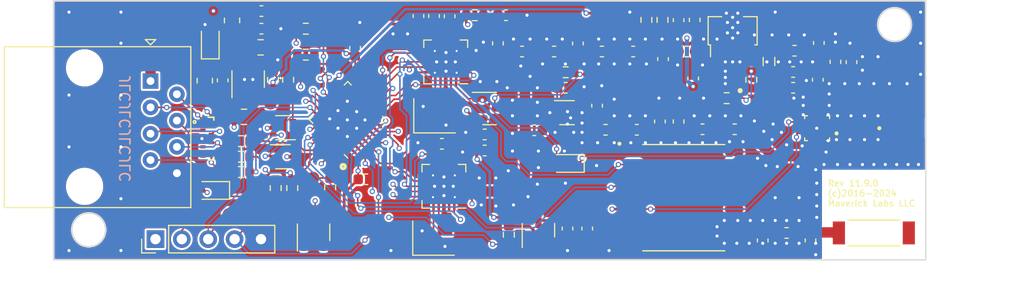
<source format=kicad_pcb>
(kicad_pcb (version 20221018) (generator pcbnew)
  (layers (0 "F.Cu" signal) (1 "In1.Cu" signal) (2 "In2.Cu" signal) (31 "B.Cu" signal) (34 "B.Paste" user) (35 "F.Paste" user) (36 "B.SilkS" user "B.Silkscreen") (37 "F.SilkS" user "F.Silkscreen") (38 "B.Mask" user) (39 "F.Mask" user) (44 "Edge.Cuts" user))
  (net 0 "")
  (net 1 "Net-(AE1-Pad1)")
  (net 2 "Net-(U1-RXp)")
  (net 3 "Net-(C1-Pad2)")
  (net 4 "Net-(C2-Pad1)")
  (net 5 "Net-(C2-Pad2)")
  (net 6 "Net-(U3-Vcc)")
  (net 7 "GND")
  (net 8 "Net-(C4-Pad1)")
  (net 9 "Net-(C4-Pad2)")
  (net 10 "Net-(C5-Pad2)")
  (net 11 "+3.3V")
  (net 12 "/Connections/MCU_UART_TX")
  (net 13 "Net-(C14-Pad2)")
  (net 14 "Net-(C15-Pad2)")
  (net 15 "Net-(C17-Pad2)")
  (net 16 "Net-(C18-Pad1)")
  (net 17 "Net-(C19-Pad2)")
  (net 18 "Net-(C20-Pad2)")
  (net 19 "/Connections/MCU_UART_RX")
  (net 20 "Net-(C21-Pad2)")
  (net 21 "Net-(C22-Pad2)")
  (net 22 "/Power/V_PA")
  (net 23 "/Connections/GPS_STATUS")
  (net 24 "Net-(U6-EN)")
  (net 25 "Net-(U6-BS)")
  (net 26 "Net-(D1-K)")
  (net 27 "Net-(Q2-D)")
  (net 28 "Net-(U4-RF_IN)")
  (net 29 "/Connections/HOST_TX_OFF")
  (net 30 "/Connections/HOST_GPS_STATUS")
  (net 33 "/Connections/HOST_TX_STATUS")
  (net 34 "/Connections/HOST_RX_STATUS")
  (net 35 "/Connections/HOST_UART_RX")
  (net 36 "/Connections/HOST_UART_TX")
  (net 37 "Net-(IC1-ADJ{slash}NC)")
  (net 39 "/Connections/V_IN")
  (net 40 "/Receiver/RF_IN")
  (net 41 "Net-(Q1-D)")
  (net 42 "Net-(Q1-G)")
  (net 43 "/GNSS/GPS_EN")
  (net 44 "/Receiver/V_LNA")
  (net 45 "/Connections/RX_STATUS")
  (net 46 "Net-(U6-FB)")
  (net 47 "/Connections/TX_STATUS")
  (net 48 "/Receiver/TRX_OUT")
  (net 52 "/Connections/MCU_TX_OFF")
  (net 54 "/MCU/V_PA_BIAS")
  (net 55 "/MCU/TRX_SDN")
  (net 56 "/MCU/TRX_DATA")
  (net 57 "/MCU/SPI_SCK")
  (net 58 "Net-(U1-XOUT)")
  (net 59 "Net-(U1-XIN)")
  (net 60 "/MCU/SPI_MISO")
  (net 61 "/Receiver/RFSW_CTRL")
  (net 62 "/MCU/SPI_MOSI")
  (net 67 "/MCU/TRX_CS")
  (net 69 "/MCU/TRX_CKL")
  (net 70 "Net-(U2-XOUT)")
  (net 71 "Net-(U2-XIN)")
  (net 73 "/MCU/RX_SDN")
  (net 75 "/GNSS/GPS_1PPS")
  (net 77 "/GNSS/GPS_OUT")
  (net 82 "/MCU/RX_DATA")
  (net 83 "/MCU/RX_CS")
  (net 84 "/MCU/RX_CLK")
  (net 85 "Net-(U9-D1)")
  (net 86 "Net-(U9-D2)")
  (net 87 "Net-(U10-D1)")
  (net 88 "Net-(U5-PB6)")
  (net 89 "Net-(U5-PB7)")
  (net 90 "Net-(TP1-P)")
  (net 91 "Net-(TP14-P)")
  (net 92 "Net-(U10-G2)")
  (net 93 "Net-(D3-K)")
  (net 94 "PA_OUT")
  (net 95 "Net-(D4-K)")
  (net 96 "SWDIO")
  (net 97 "SWCLK")
  (net 98 "NRST")
  (footprint "Capacitor_SMD:C_0603_1608Metric" (layer "F.Cu") (at 136.55 93.45 -90)
    (fp_text reference "C35" hide)
    (fp_text value "0.1uf")
  )
  (footprint "Capacitor_SMD:C_0603_1608Metric" (layer "F.Cu") (at 165.9 100.55 -90)
    (fp_text reference "C6" hide)
    (fp_text value "91pF")
  )
  (footprint "TestPads:TP_1.2MM" (layer "F.Cu") (at 164.8 96.1)
    (fp_text reference "TP18" hide)
    (fp_text value "~")
  )
  (footprint "Package_TO_SOT_SMD:SOT-363_SC-70-6" (layer "F.Cu") (at 156.95 99.7)
    (fp_text reference "U3" hide)
    (fp_text value "BGA2800,115")
  )
  (footprint "TestPads:TP_1.2MM" (layer "F.Cu") (at 184.8 98.7)
    (fp_text reference "TP6" hide)
    (fp_text value "~")
  )
  (footprint "Capacitor_SMD:C_0603_1608Metric" (layer "F.Cu") (at 184.35 94.825 -90)
    (fp_text reference "C15" hide)
    (fp_text value "36pF")
  )
  (footprint "KiCadFootprints:SON65P200X200X100-7N-D" (layer "F.Cu") (at 172.2 96.25 180)
    (fp_text reference "IC1" hide)
    (fp_text value "LDFPVR" hide)
  )
  (footprint "Capacitor_SMD:C_0603_1608Metric" (layer "F.Cu") (at 167.7 90.775 90)
    (fp_text reference "C19" hide)
    (fp_text value "22nF")
  )
  (footprint "Capacitor_SMD:C_0603_1608Metric" (layer "F.Cu") (at 152.625 93.8)
    (fp_text reference "C21" hide)
    (fp_text value "20pF")
  )
  (footprint "Capacitor_SMD:C_0603_1608Metric" (layer "F.Cu") (at 123.8 96.575 90)
    (fp_text reference "C27" hide)
    (fp_text value "22nF")
  )
  (footprint "Resistor_SMD:R_0805_2012Metric" (layer "F.Cu") (at 124.7 90.8 -90)
    (fp_text reference "L13" hide)
    (fp_text value "4.7uH")
  )
  (footprint "Capacitor_SMD:C_0603_1608Metric" (layer "F.Cu") (at 181.1 96.525 -90)
    (fp_text reference "C16" hide)
    (fp_text value "2.2nF")
  )
  (footprint "KiCadFootprints:QFN50P200X200X65-13N" (layer "F.Cu") (at 181.04 101.2 180)
    (fp_text reference "U8" hide)
    (fp_text value "SKY13330-397LF")
  )
  (footprint "Capacitor_SMD:C_0603_1608Metric" (layer "F.Cu") (at 151.075 90.3 180)
    (fp_text reference "C20" hide)
    (fp_text value "470pF")
  )
  (footprint "TestPads:TP_1.2MM" (layer "F.Cu") (at 121.4 109.5)
    (fp_text reference "TP15" hide)
    (fp_text value "~")
  )
  (footprint "Capacitor_SMD:C_0603_1608Metric" (layer "F.Cu") (at 153.8 101.4)
    (fp_text reference "C1" hide)
    (fp_text value "2.2nF")
  )
  (footprint "Inductor_SMD:L_0805_2012Metric" (layer "F.Cu") (at 176.4 94.7625 90)
    (fp_text reference "L4" hide)
    (fp_text value "2.2uH")
  )
  (footprint "Capacitor_SMD:C_0603_1608Metric" (layer "F.Cu") (at 144.15 90.375 -90)
    (fp_text reference "C9" hide)
    (fp_text value "22nF")
  )
  (footprint "TestPads:TP_1.2MM" (layer "F.Cu") (at 184.8 103.6)
    (fp_text reference "TP5" hide)
    (fp_text value "~")
  )
  (footprint "Resistor_SMD:R_0603_1608Metric" (layer "F.Cu") (at 174.7 96.525 90)
    (fp_text reference "R5" hide)
    (fp_text value "47k")
  )
  (footprint "Capacitor_SMD:C_0603_1608Metric" (layer "F.Cu") (at 178.725 97.3 180)
    (fp_text reference "C23" hide)
    (fp_text value "2.2uF")
  )
  (footprint "TestPads:TP_1.0MM" (layer "F.Cu") (at 184.8 101.2)
    (fp_text reference "TP1" hide)
    (fp_text value "~")
  )
  (footprint "Capacitor_SMD:C_0603_1608Metric" (layer "F.Cu") (at 181.2 92.975 -90)
    (fp_text reference "C14" hide)
    (fp_text value "110pF")
  )
  (footprint "Capacitor_SMD:C_0603_1608Metric" (layer "F.Cu") (at 156.825 97.3)
    (fp_text reference "C3" hide)
    (fp_text value "22nF")
  )
  (footprint "Capacitor_SMD:C_0603_1608Metric" (layer "F.Cu") (at 163.325 93.8)
    (fp_text reference "C18" hide)
    (fp_text value "2.2nF")
  )
  (footprint "Capacitor_SMD:C_0603_1608Metric" (layer "F.Cu") (at 166.2 94.525 90)
    (fp_text reference "C17" hide)
    (fp_text value "110pF")
  )
  (footprint "Resistor_SMD:R_0603_1608Metric" (layer "F.Cu") (at 128.9 106.975 90)
    (fp_text reference "R17" hide)
    (fp_text value "1k1")
  )
  (footprint "Resistor_SMD:R_0603_1608Metric" (layer "F.Cu") (at 128.642814 96.534515 90)
    (fp_text reference "R7" hide)
    (fp_text value "51k")
  )
  (footprint "Crystal:Crystal_SMD_3225-4Pin_3.2x2.5mm" (layer "F.Cu") (at 144.1 111.8)
    (fp_text reference "Y2" hide)
    (fp_text value "ECS-300-10-33B-CKM-TR")
  )
  (footprint "Package_TO_SOT_SMD:SOT-363_SC-70-6" (layer "F.Cu") (at 129.6 103.95)
    (fp_text reference "U9" hide)
    (fp_text value "SI1926DL-T1-E3")
  )
  (footprint "Inductor_SMD:L_0603_1608Metric" (layer "F.Cu") (at 150.3 93.0125 90)
    (fp_text reference "L9" hide)
    (fp_text value "470nH")
  )
  (footprint "Resistor_SMD:R_0805_2012Metric" (layer "F.Cu") (at 122.075 96.6125 -90)
    (fp_text reference "L12" hide)
    (fp_text value "4.7uH")
  )
  (footprint "Inductor_SMD:L_0603_1608Metric" (layer "F.Cu") (at 160.3125 93.8)
    (fp_text reference "L11" hide)
    (fp_text value "68nH")
  )
  (footprint "Package_TO_SOT_SMD:SOT-23" (layer "F.Cu") (at 149.5 99.3)
    (fp_text reference "Q7" hide)
    (fp_text value "AO3401A")
  )
  (footprint "Inductor_SMD:L_0603_1608Metric" (layer "F.Cu") (at 168.4875 93.8)
    (fp_text reference "L7" hide)
    (fp_text value "20nH")
  )
  (footprint "Diode_SMD:D_SOD-323" (layer "F.Cu") (at 122.6 92.9 90)
    (fp_text reference "D1" hide)
    (fp_text value "BAT54WS")
  )
  (footprint "Capacitor_SMD:C_0603_1608Metric" (layer "F.Cu") (at 149.025 101.8 180)
    (fp_text reference "C7" hide)
    (fp_text value "2.2uF")
  )
  (footprint "Resistor_SMD:R_0603_1608Metric" (layer "F.Cu") (at 166.15 90.75 -90)
    (fp_text reference "R2" hide)
    (fp_text value "10k")
  )
  (footprint "Inductor_SMD:L_0603_1608Metric" (layer "F.Cu") (at 160.6625 101.35)
    (fp_text reference "L1" hide)
    (fp_text value "270nH")
  )
  (footprint "TestPads:TP_1.2MM" (layer "F.Cu") (at 183.2 99.2)
    (fp_text reference "TP2" hide)
    (fp_text value "~")
  )
  (footprint "Capacitor_SMD:C_0603_1608Metric" (layer "F.Cu") (at 127.525 89.9 180)
    (fp_text reference "C25" hide)
    (fp_text value "0.1uf")
  )
  (footprint "Connector_PinHeader_2.54mm:PinHeader_1x05_P2.54mm_Vertical" (layer "F.Cu") (at 117.325 111.9 90)
    (fp_text reference "J2" hide)
    (fp_text value "Conn_01x05" hide)
  )
  (footprint "Package_TO_SOT_SMD:SOT-23" (layer "F.Cu") (at 154.2 111.0375 90)
    (fp_text reference "Q2" hide)
    (fp_text value "AO3401A")
  )
  (footprint "Capacitor_SMD:C_0603_1608Metric" (layer "F.Cu") (at 157 110.875 90)
    (fp_text reference "C30" hide)
    (fp_text value "2.2uF")
  )
  (footprint "Inductor_SMD:L_0603_1608Metric" (layer "F.Cu") (at 169.25 90.75 90)
    (fp_text reference "L8" hide)
    (fp_text value "470nH")
  )
  (footprint "Resistor_SMD:R_0603_1608Metric" (layer "F.Cu") (at 130.1 96.525 90)
    (fp_text reference "R8" hide)
    (fp_text value "16k")
  )
  (footprint "KiCadFootprints:XCVR_L76L-M33" (layer "F.Cu") (at 168.2 107.9)
    (fp_text reference "U4" hide)
    (fp_text value "L76L-M33")
  )
  (footprint "KiCadFootprints:U-DFN3810-9TYPE_B_DIO" (layer "F.Cu") (at 122.299999 102.199999)
    (fp_text reference "CR1" hide)
    (fp_text value "D3V3X8U9LP3810-7")
  )
  (footprint "Crystal:Crystal_SMD_3225-4Pin_3.2x2.5mm" (layer "F.Cu") (at 144.2 100)
    (fp_text reference "Y1" hide)
    (fp_text value "ECS-300-10-33B-CKM-TR")
  )
  (footprint "Capacitor_SMD:C_0603_1608Metric" (layer "F.Cu") (at 158.9 110.875 90)
    (fp_text reference "C31" hide)
    (fp_text value "22nF")
  )
  (footprint "TestPads:TP_1.2MM" (layer "F.Cu") (at 186.4 103.2)
    (fp_text reference "TP7" hide)
    (fp_text value "~")
  )
  (footprint "Connector_RJ:RJ45_Amphenol_54602-x08_Horizontal" (layer "F.Cu") (at 116.85 96.65 -90)
    (fp_text reference "J1" hide)
    (fp_text value "RJ45" hide)
  )
  (footprint "Capacitor_SMD:C_0603_1608Metric" (layer "F.Cu") (at 170 101.3)
    (fp_text reference "C5" hide)
    (fp_text value "3.3pF")
  )
  (footprint "Resistor_SMD:R_0603_1608Metric" (layer "F.Cu") (at 130.5 106.975 -90)
    (fp_text reference "R11" hide)
    (fp_text value "10k")
  )
  (footprint "Resistor_SMD:R_0603_1608Metric" (layer "F.Cu") (at 156.825 95.8 180)
    (fp_text reference "R1" hide)
    (fp_text value "220R")
  )
  (footprint "Inductor_SMD:L_0603_1608Metric" (layer "F.Cu") (at 167.7 100.55 -90)
    (fp_text reference "L3" hide)
    (fp_text value "10nH")
  )
  (footprint "TestPads:TP_1.2MM" (layer "F.Cu") (at 134.3 95)
    (fp_text reference "TP12" hide)
    (fp_text value "~")
  )
  (footprint "Resistor_SMD:R_0603_1608Metric" (layer "F.Cu") (at 172.325 98.3 180)
    (fp_text reference "R6" hide)
    (fp_text value "10k")
  )
  (footprint "Capacitor_SMD:C_0603_1608Metric" (layer "F.Cu") (at 163.675 101.35 180)
    (fp_text reference "C4" hide)
    (fp_text value "3.3pF")
  )
  (footprint "TestPads:TP_1.2MM" (layer "F.Cu") (at 176 100)
    (fp_text reference "TP9" hide)
    (fp_text value "~")
  )
  (footprint "TestPads:TP_1.2MM" (layer "F.Cu") (at 134.3 91.9)
    (fp_text reference "TP11" hide)
    (fp_text value "~")
  )
  (footprint "Diode_SMD:D_SOD-323" (layer "F.Cu") (at 157 104.6 180)
    (fp_text reference "D4" hide)
    (fp_text value "BAT54WS")
  )
  (footprint "Capacitor_SMD:C_0603_1608Metric" (layer "F.Cu") (at 142.65 90.375 -90)
    (fp_text reference "C10" hide)
    (fp_text value "2.2uF")
  )
  (footprint "Resistor_SMD:R_0603_1608Metric" (layer "F.Cu") (at 131.8 91.6)
    (fp_text reference "R12" hide)
    (fp_text value "1k1")
  )
  (footprint "Capacitor_SMD:C_0603_1608Metric" (layer "F.Cu") (at 137.625 106.125 180)
    (fp_text reference "C34" hide)
    (fp_text value "0.1uf")
  )
  (footprint "TestPads:TP_1.2MM" (layer "F.Cu") (at 126.7 106.9)
    (fp_text reference "TP19" hide)
    (fp_text value "~")
  )
  (footprint "Package_DFN_QFN:QFN-32-1EP_5x5mm_P0.5mm_EP3.45x3.45mm" (layer "F.Cu") (at 135.83899 100.386136 135)
    (fp_text reference "U5" hide)
    (fp_text value "STM32L432KBUx")
  )
  (footprint "TestPads:TP_1.2MM" (layer "F.Cu") (at 128.4 98.8)
    (fp_text reference "TP8" hide)
    (fp_text value "~")
  )
  (footprint "Capacitor_SMD:C_0603_1608Metric" (layer "F.Cu") (at 158 93.025 -90)
    (fp_text reference "C22" hide)
    (fp_text value "16pF")
  )
  (footprint "Resistor_SMD:R_0603_1608Metric" (layer "F.Cu") (at 125.55 102.45)
    (fp_text reference "R14" hide)
    (fp_text value "100R")
  )
  (footprint "TestPads:TP_1.2MM" (layer "F.Cu") (at 118.8 92)
    (fp_text reference "TP10" hide)
    (fp_text value "~")
  )
  (footprint "Resistor_SMD:R_0603_1608Metric" (layer "F.Cu") (at 125.55 103.95)
    (fp_text reference "R15" hide)
    (fp_text value "100R")
  )
  (footprint "Capacitor_SMD:C_0603_1608Metric" (layer "F.Cu") (at 175.8 112.025 90)
    (fp_text reference "C32" hide)
    (fp_text value "4pF")
  )
  (footprint "TestPads:TP_1.2MM" (layer "F.Cu") (at 124.4 109.5)
    (fp_text reference "TP16" hide)
    (fp_text value "~")
  )
  (footprint "TestPads:TP_1.2MM" (layer "F.Cu") (at 127.3 109.5)
    (fp_text reference "TP17" hide)
    (fp_text value "~")
  )
  (footprint "Capacitor_SMD:C_0805_2012Metric" (layer "F.Cu") (at 127.45 93.4)
    (fp_text reference "C29" hide)
    (fp_text value "10uF")
  )
  (footprint "Capacitor_SMD:C_0805_2012Metric" (layer "F.Cu") (at 125.85 100.1)
    (fp_text reference "C28" hide)
    (fp_text value "22uF")
  )
  (footprint "Inductor_SMD:L_0603_1608Metric" (layer "F.Cu") (at 178.8625 93.725)
    (fp_text reference "L5" hide)
    (fp_text value "13nH")
  )
  (footprint "Package_TO_SOT_SMD:SOT-363_SC-70-6" (layer "F.Cu") (at 129.6 101.15 180)
    (fp_text reference "U10" hide)
    (fp_text value "SI1926DL-T1-E3")
  )
  (footprint "Package_DFN_QFN:QFN-20-1EP_4x4mm_P0.5mm_EP2.6x2.6mm_ThermalVias" (layer "F.Cu") (at 145.275 94.8 180)
    (fp_text reference "U1" hide)
    (fp_text value "Si4460")
  )
  (footprint "Resistor_SMD:R_0603_1608Metric" (layer "F.Cu") (at 125.55 105.425)
    (fp_text reference "R16" hide)
    (fp_text value "100R")
  )
  (footprint "Diode_SMD:D_SOD-323" (layer "F.Cu") (at 122.85 107.2 180)
    (fp_text reference "D3" hide)
    (fp_text value "BAT54WS")
  )
  (footprint "Inductor_SMD:L_0603_1608Metric" (layer "F.Cu") (at 182.8 94.8 -90)
    (fp_text reference "L6" hide)
    (fp_text value "39nH")
  )
  (footprint "Capacitor_SMD:C_0603_1608Metric" (layer "F.Cu") (at 159.85 99.025 -90)
    (fp_text reference "C2" hide)
    (fp_text value "2.2nF")
  )
  (footprint "TestPads:TP_1.2MM" (layer "F.Cu") (at 186.4 99.2)
    (fp_text reference "TP4" hide)
    (fp_text value "~")
  )
  (footprint "Capacitor_SMD:C_0603_1608Metric" (layer "F.Cu") (at 144.9 102.7)
    (fp_text reference "C11" hide)
    (fp_text value "22nF")
  )
  (footprint "TestPads:TP_1.2MM" (layer "F.Cu") (at 159.1 96)
    (fp_text reference "TP13" hide)
    (fp_text value "~")
  )
  (footprint "Inductor_SMD:L_0603_1608Metric" (layer "F.Cu") (at 173.1 101.3)
    (fp_text reference "L2" hide)
    (fp_text value "270nH")
  )
  (footprint "Package_TO_SOT_SMD:SOT-23-6" (layer "F.Cu") (at 126.25 96.4625 90)
    (fp_text reference "U6" hide)
    (fp_text value "AP3211K")
  )
  (footprint "Resistor_SMD:R_0603_1608Metric" (layer "F.Cu") (at 131.8 94.1)
    (fp_text reference "R13" hide)
    (fp_text value "1k1")
  )
  (footprint "Resistor_SMD:R_0603_1608Metric" (layer "F.Cu") (at 151.35 111.475 -90)
    (fp_text reference "R9" hide)
    (fp_text value "10k")
  )
  (footprint "TestPads:TP_1.2MM" (layer "F.Cu") (at 132.5 106)
    (fp_text reference "TP14" hide)
    (fp_text value "~")
  )
  (footprint "Resistor_SMD:R_0603_1608Metric" (layer "F.Cu") (at 164.6 90.75 90)
    (fp_text reference "R3" hide)
    (fp_text value "2k7")
  )
  (footprint "Capacitor_SMD:C_0603_1608Metric" (layer "F.Cu") (at 145.65 90.4 -90)
    (fp_text reference "C8" hide)
    (fp_text value "91pF")
  )
  (footprint "KiCadFootprints:ANT_1575AT_JOT" (layer "F.Cu") (at 186.5 111.3)
    (fp_text reference "AE1" hide)
    (fp_text value "1575AT43A0040E")
  )
  (footprint "KiCadFootprints:RFSOLUTIONS_CON-SMA-EDGE-S" (layer "F.Cu") (at 189.4275 101.2 180)
    (fp_text reference "J3" hide)
    (fp_text value "CON-SMA-EDGE-S" hide)
  )
  (footprint "Package_TO_SOT_SMD:SOT-23-5" (layer "F.Cu") (at 132.55 111.2375 90)
    (fp_text reference "U7" hide)
    (fp_text value "24LC01BT/OT")
  )
  (footprint "Capacitor_SMD:C_0603_1608Metric" (layer "F.Cu") (at 180.4 112.025 90)
    (fp_text reference "C33" hide)
    (fp_text value "2.2pF")
  )
  (footprint "Package_DFN_QFN:QFN-20-1EP_4x4mm_P0.5mm_EP2.6x2.6mm_ThermalVias" (layer "F.Cu") (at 145.1 106.8 180)
    (fp_text reference "U2" hide)
    (fp_text value "Si4460")
  )
  (footprint "Inductor_SMD:L_0603_1608Metric" (layer "F.Cu") (at 155.7125 93.8)
    (fp_text reference "L10" hide)
    (fp_text value "47nH")
  )
  (footprint "Package_TO_SOT_SMD:SOT-89-3" (layer "F.Cu") (at 172.9 91.8 90)
    (fp_text reference "Q1" hide)
    (fp_text value "AFT05MS004NT1")
  )
  (footprint "Capacitor_SMD:C_0603_1608Metric" (layer "F.Cu") (at 169.1 96.4 -90)
    (fp_text reference "C24" hide)
    (fp_text value "2.2uF")
  )
  (footprint "Capacitor_SMD:C_0603_1608Metric" (layer "F.Cu") (at 149.025 103.35 180)
    (fp_text reference "C12" hide)
    (fp_text value "91pF")
  )
  (footprint "Capacitor_SMD:C_0603_1608Metric" (layer "F.Cu") (at 127.525 91.6 180)
    (fp_text reference "C26" hide)
    (fp_text value "0.1uf")
  )
  (footprint "Resistor_SMD:R_0603_1608Metric" (layer "F.Cu") (at 148.075 90.3)
    (fp_text reference "R4" hide)
    (fp_text value "22R")
  )
  (footprint "Resistor_SMD:R_0603_1608Metric" (layer "F.Cu") (at 134.15 106.9 -90)
    (fp_text reference "R10" hide)
    (fp_text value "10k")
  )
  (footprint "Capacitor_SMD:C_0603_1608Metric" (layer "F.Cu") (at 178.725 95.775 180)
    (fp_text reference "C13" hide)
    (fp_text value "470pF")
  )
  (footprint "Inductor_SMD:L_0603_1608Metric" (layer "F.Cu") (at 178.1 111.3 180)
    (fp_text reference "L14" hide)
    (fp_text value "5.6nH")
  )
  (footprint "TestPads:TP_1.2MM" (layer "F.Cu") (at 183.2 103.2)
    (fp_text reference "TP3" hide)
    (fp_text value "~")
  )
  (gr_circle (center 135.4 104.9) (end 135.6 104.9) (stroke (width 0.3)) (fill none) (layer "F.SilkS"))
  (gr_rect (start 107.5 88.9) (end 191.5 113.9) (stroke (width 0.1)) (fill none) (layer "Edge.Cuts"))
  (gr_circle (center 188.5 91.2) (end 190.1 91.3) (stroke (width 0.1)) (fill none) (layer "Edge.Cuts"))
  (gr_circle (center 110.9 111) (end 112.5 111.2) (stroke (width 0.1)) (fill none) (layer "Edge.Cuts"))
  (gr_text "JLCJLCJLCJLC" (at 115 96 90) (layer "B.SilkS") (effects (font (size 1 1)) (justify left bottom mirror)))
  (gr_text "Rev 11.9.0\n(c)2016-2024\nMaverick Labs LLC" (at 182 108.8) (layer "F.SilkS") (effects (font (size 0.6 0.6) (thickness 0.1) bold) (justify left bottom)))
  (segment (start 180.4 111.25) (end 182.619 111.25) (width 1) (layer "F.Cu") (net 1))
  (segment (start 182.619 111.25) (end 182.669 111.3) (width 1) (layer "F.Cu") (net 1))
  (segment (start 178.8875 111.3) (end 178.9375 111.25) (width 1) (layer "F.Cu") (net 1))
  (segment (start 178.9375 111.25) (end 180.4 111.25) (width 1) (layer "F.Cu") (net 1))
  (segment (start 148.6 95.3) (end 147.2 95.3) (width 0.254) (layer "F.Cu") (net 2))
  (segment (start 152.9 105.585786) (end 152.9 98.6) (width 1) (layer "F.Cu") (net 2))
  (segment (start 150.485786 95.3) (end 148.6 95.3) (width 1) (layer "F.Cu") (net 2))
  (segment (start 151.892893 107.007107) (end 152.607107 106.292893) (width 1) (layer "F.Cu") (net 2))
  (segment (start 152.9 98.6) (end 152.9 97.714214) (width 1) (layer "F.Cu") (net 2))
  (segment (start 148.5 107.3) (end 151.185786 107.3) (width 1) (layer "F.Cu") (net 2))
  (segment (start 152.607107 97.007107) (end 151.6 96) (width 1) (layer "F.Cu") (net 2))
  (segment (start 151.6 96) (end 151.192893 95.592893) (width 1) (layer "F.Cu") (net 2))
  (segment (start 148.5 107.3) (end 147.025 107.3) (width 0.254) (layer "F.Cu") (net 2))
  (arc (start 152.607107 97.007107) (mid 152.82388 97.33153) (end 152.9 97.714214) (width 1) (layer "F.Cu") (net 2))
  (arc (start 150.485786 95.3) (mid 150.868469 95.37612) (end 151.192893 95.592893) (width 1) (layer "F.Cu") (net 2))
  (arc (start 151.892893 107.007107) (mid 151.56847 107.22388) (end 151.185786 107.3) (width 1) (layer "F.Cu") (net 2))
  (arc (start 152.607107 106.292893) (mid 152.82388 105.968469) (end 152.9 105.585786) (width 1) (layer "F.Cu") (net 2))
  (segment (start 155.95 100.35) (end 154.9 101.4) (width 0.4) (layer "F.Cu") (net 3))
  (segment (start 156 100.35) (end 155.95 100.35) (width 0.4) (layer "F.Cu") (net 3))
  (segment (start 154.9 101.4) (end 154.575 101.4) (width 0.4) (layer "F.Cu") (net 3))
  (segment (start 157.9 99.05) (end 159.05 99.05) (width 0.254) (layer "F.Cu") (net 4))
  (segment (start 159.05 99.05) (end 159.85 98.25) (width 0.254) (layer "F.Cu") (net 4))
  (segment (start 159.875 99.825) (end 159.85 99.8) (width 1) (layer "F.Cu") (net 5))
  (segment (start 159.875 101.35) (end 159.875 99.825) (width 1) (layer "F.Cu") (net 5))
  (segment (start 156 97.25) (end 156.05 97.3) (width 0.152) (layer "F.Cu") (net 6))
  (segment (start 156 99.05) (end 156 97.35) (width 0.152) (layer "F.Cu") (net 6))
  (segment (start 156 97.35) (end 156.05 97.3) (width 0.152) (layer "F.Cu") (net 6))
  (segment (start 156 95.8) (end 156 97.25) (width 0.152) (layer "F.Cu") (net 6))
  (via (at 175 100.5) (size 0.5) (drill 0.3) (layers "F.Cu" "B.Cu") (net 7))
  (via (at 144.4 94.8) (size 0.5) (drill 0.3) (layers "F.Cu" "B.Cu") (net 7))
  (via (at 184.3 100) (size 0.5) (drill 0.3) (layers "F.Cu" "B.Cu") (net 7))
  (via (at 164.5 102.6) (size 0.5) (drill 0.3) (layers "F.Cu" "B.Cu") (net 7))
  (via (at 134.9 101.2) (size 0.5) (drill 0.3) (layers "F.Cu" "B.Cu") (net 7))
  (via (at 150.1 106) (size 0.5) (drill 0.3) (layers "F.Cu" "B.Cu") (net 7))
  (via (at 145.3 95.7) (size 0.5) (drill 0.3) (layers "F.Cu" "B.Cu") (net 7))
  (via (at 181 101.2) (size 0.5) (drill 0.3) (layers "F.Cu" "B.Cu") (net 7))
  (via (at 155.3 99.7) (size 0.5) (drill 0.3) (layers "F.Cu" "B.Cu") (net 7))
  (via (at 161.5 98.4) (size 0.5) (drill 0.3) (layers "F.Cu" "B.Cu") (net 7))
  (via (at 122.1 91.2) (size 0.5) (drill 0.3) (layers "F.Cu" "B.Cu") (net 7))
  (via (at 145.1 105.9) (size 0.5) (drill 0.3) (layers "F.Cu" "B.Cu") (net 7))
  (via (at 164.5 92.6) (size 0.5) (drill 0.3) (layers "F.Cu" "B.Cu") (net 7))
  (via (at 114 90) (size 0.5) (drill 0.3) (layers "F.Cu" "B.Cu") (net 7))
  (via (at 179.2 104.9) (size 0.5) (drill 0.3) (layers "F.Cu" "B.Cu") (net 7))
  (via (at 151.8 92.6) (size 0.5) (drill 0.3) (layers "F.Cu" "B.Cu") (net 7))
  (via (at 169.2 100) (size 0.5) (drill 0.3) (layers "F.Cu" "B.Cu") (net 7))
  (via (at 173.4 110.1) (size 0.5) (drill 0.3) (layers "F.Cu" "B.Cu") (net 7))
  (via (at 181 109.8) (size 0.5) (drill 0.3) (layers "F.Cu" "B.Cu") (net 7))
  (via (at 182.9 102.3) (size 0.5) (drill 0.3) (layers "F.Cu" "B.Cu") (net 7))
  (via (at 156.7 103.4) (size 0.5) (drill 0.3) (layers "F.Cu" "B.Cu") (net 7))
  (via (at 183.7 96.9) (size 0.5) (drill 0.3) (layers "F.Cu" "B.Cu") (net 7))
  (via (at 161.5 100) (size 0.5) (drill 0.3) (layers "F.Cu" "B.Cu") (net 7))
  (via (at 185.1 96.9) (size 0.5) (drill 0.3) (layers "F.Cu" "B.Cu") (net 7))
  (via (at 158.6 95) (size 0.5) (drill 0.3) (layers "F.Cu" "B.Cu") (net 7))
  (via (at 186.5 96.9) (size 0.5) (drill 0.3) (layers "F.Cu" "B.Cu") (net 7))
  (via (at 176.1 104.8) (size 0.5) (drill 0.3) (layers "F.Cu" "B.Cu") (net 7))
  (via (at 172.1 112.3) (size 0.5) (drill 0.3) (layers "F.Cu" "B.Cu") (net 7))
  (via (at 189.8 104.7) (size 0.5) (drill 0.3) (layers "F.Cu" "B.Cu") (net 7))
  (via (at 114 108) (size 0.5) (drill 0.3) (layers "F.Cu" "B.Cu") (net 7))
  (via (at 176.7 92.2) (size 0.5) (drill 0.3) (layers "F.Cu" "B.Cu") (net 7))
  (via (at 167.6 92.6) (size 0.5) (drill 0.3) (layers "F.Cu" "B.Cu") (net 7))
  (via (at 159.9 102.6) (size 0.5) (drill 0.3) (layers "F.Cu" "B.Cu") (net 7))
  (via (at 145.3 100.9) (size 0.5) (drill 0.3) (layers "F.Cu" "B.Cu") (net 7))
  (via (at 126.7 96.5) (size 0.5) (drill 0.3) (layers "F.Cu" "B.Cu") (net 7))
  (via (at 182.1 102.4) (size 0.5) (drill 0.3) (layers "F.Cu" "B.Cu") (net 7))
  (via (at 135.8 102) (size 0.5) (drill 0.3) (layers "F.Cu" "B.Cu") (net 7))
  (via (at 172.9 94.8) (size 0.5) (drill 0.3) (layers "F.Cu" "B.Cu") (net 7))
  (via (at 185.4 95.6) (size 0.5) (drill 0.3) (layers "F.Cu" "B.Cu") (net 7))
  (via (at 178.1 110.1) (size 0.5) (drill 0.3) (layers "F.Cu" "B.Cu") (net 7))
  (via (at 186.9 94.3) (size 0.5) (drill 0.3) (layers "F.Cu" "B.Cu") (net 7))
  (via (at 153.2 107.8) (size 0.5) (drill 0.3) (layers "F.Cu" "B.Cu") (net 7))
  (via (at 181.9 103.5) (size 0.5) (drill 0.3) (layers "F.Cu" "B.Cu") (net 7))
  (via (at 163 100) (size 0.5) (drill 0.3) (layers "F.Cu" "B.Cu") (net 7))
  (via (at 181 107.6) (size 0.5) (drill 0.3) (layers "F.Cu" "B.Cu") (net 7))
  (via (at 143 111.1) (size 0.5) (drill 0.3) (layers "F.Cu" "B.Cu") (net 7))
  (via (at 172.2 96.9) (size 0.5) (drill 0.3) (layers "F.Cu" "B.Cu") (net 7))
  (via (at 121.8 102.2) (size 0.5) (drill 0.3) (layers "F.Cu" "B.Cu") (net 7))
  (via (at 158.6 97.2) (size 0.5) (drill 0.3) (layers "F.Cu" "B.Cu") (net 7))
  (via (at 114 93) (size 0.5) (drill 0.3) (layers "F.Cu" "B.Cu") (net 7))
  (via (at 185.6 102.3) (size 0.5) (drill 0.3) (layers "F.Cu" "B.Cu") (net 7))
  (via (at 151.7 98.5) (size 0.5) (drill 0.3) (layers "F.Cu" "B.Cu") (net 7))
  (via (at 177 112.3) (size 0.5) (drill 0.3) (layers "F.Cu" "B.Cu") (net 7))
  (via (at 166.1 92.6) (size 0.5) (drill 0.3) (layers "F.Cu" "B.Cu") (net 7))
  (via (at 184.2 93) (size 0.5) (drill 0.3) (layers "F.Cu" "B.Cu") (net 7))
  (via (at 175 92.2) (size 0.5) (drill 0.3) (layers "F.Cu" "B.Cu") (net 7))
  (via (at 176.2 94.8) (size 0.5) (drill 0.3) (layers "F.Cu" "B.Cu") (net 7))
  (via (at 179.3 112.3) (size 0.5) (drill 0.3) (layers "F.Cu" "B.Cu") (net 7))
  (via (at 184.2 102.3) (size 0.5) (drill 0.3) (layers "F.Cu" "B.Cu") (net 7))
  (via (at 175.8 110.1) (size 0.5) (drill 0.3) (layers "F.Cu" "B.Cu") (net 7))
  (via (at 184.2 104.7) (size 0.5) (drill 0.3) (layers "F.Cu" "B.Cu") (net 7))
  (via (at 154.1 98.7) (size 0.5) (drill 0.3) (layers "F.Cu" "B.Cu") (net 7))
  (via (at 160 92.6) (size 0.5) (drill 0.3) (layers "F.Cu" "B.Cu") (net 7))
  (via (at 140 113) (size 0.5) (drill 0.3) (layers "F.Cu" "B.Cu") (net 7))
  (via (at 191 96) (size 0.5) (drill 0.3) (layers "F.Cu" "B.Cu") (net 7))
  (via (at 154.6 95) (size 0.5) (drill 0.3) (layers "F.Cu" "B.Cu") (net 7))
  (via (at 158.4 102.6) (size 0.5) (drill 0.3) (layers "F.Cu" "B.Cu") (net 7))
  (via (at 182.2 99) (size 0.5) (drill 0.3) (layers "F.Cu" "B.Cu") (net 7))
  (via (at 161 113) (size 0.5) (drill 0.3) (layers "F.Cu" "B.Cu") (net 7))
  (via (at 171.4 110.7) (size 0.5) (drill 0.3) (layers "F.Cu" "B.Cu") (net 7))
  (via (at 172.9 92.5) (size 0.5) (drill 0.3) (layers "F.Cu" "B.Cu") (net 7))
  (via (at 178.8 98.3) (size 0.5) (drill 0.3) (layers "F.Cu" "B.Cu") (net 7))
  (via (at 179.7 99) (size 0.5) (drill 0.3) (layers "F.Cu" "B.Cu") (net 7))
  (via (at 167.4 102.6) (size 0.5) (drill 0.3) (layers "F.Cu" "B.Cu") (net 7))
  (via (at 170 95.1) (size 0.5) (drill 0.3) (layers "F.Cu" "B.Cu") (net 7))
  (via (at 191 90) (size 0.5) (drill 0.3) (layers "F.Cu" "B.Cu") (net 7))
  (via (at 172.6 102.5) (size 0.5) (drill 0.3) (layers "F.Cu" "B.Cu") (net 7))
  (via (at 151.8 108.6) (size 0.5) (drill 0.3) (layers "F.Cu" "B.Cu") (net 7))
  (via (at 172.4 92) (size 0.5) (drill 0.3) (layers "F.Cu" "B.Cu") (net 7))
  (via (at 148.9 92.9) (size 0.5) (drill 0.3) (layers "F.Cu" "B.Cu") (net 7))
  (via (at 147.2 101.6) (size 0.5) (drill 0.3) (layers "F.Cu" "B.Cu") (net 7))
  (via (at 179.3 110.1) (size 0.5) (drill 0.3) (layers "F.Cu" "B.Cu") (net 7))
  (via (at 150.1 108.7) (size 0.5) (drill 0.3) (layers "F.Cu" "B.Cu") (net 7))
  (via (at 177 90) (size 0.5) (drill 0.3) (layers "F.Cu" "B.Cu") (net 7))
  (via (at 176.7 102.3) (size 0.5) (drill 0.3) (layers "F.Cu" "B.Cu") (net 7))
  (via (at 173.4 92) (size 0.5) (drill 0.3) (layers "F.Cu" "B.Cu") (net 7))
  (via (at 177.2 104.9) (size 0.5) (drill 0.3) (layers "F.Cu" "B.Cu") (net 7))
  (via (at 188.7 104.7) (size 0.5) (drill 0.3) (layers "F.Cu" "B.Cu") (net 7))
  (via (at 142.6 102.6) (size 0.5) (drill 0.3) (layers "F.Cu" "B.Cu") (net 7))
  (via (at 161.5 95) (size 0.5) (drill 0.3) (layers "F.Cu" "B.Cu") (net 7))
  (via (at 173.3 112.3) (size 0.5) (drill 0.3) (layers "F.Cu" "B.Cu") (net 7))
  (via (at 158.4 101.6) (size 0.5) (drill 0.3) (layers "F.Cu" "B.Cu") (net 7))
  (via (at 178.4 94.8) (size 0.5) (drill 0.3) (layers "F.Cu" "B.Cu") (net 7))
  (via (at 181 106.5) (size 0.5) (drill 0.3) (layers "F.Cu" "B.Cu") (net 7))
  (via (at 173.7 100) (size 0.5) (drill 0.3) (layers "F.Cu" "B.Cu") (net 7))
  (via (at 182.8 92.9) (size 0.5) (drill 0.3) (layers "F.Cu" "B.Cu") (net 7))
  (via (at 127.4 101.3) (size 0.5) (drill 0.3) (layers "F.Cu" "B.Cu") (net 7))
  (via (at 182.2 97.9) (size 0.5) (drill 0.3) (layers "F.Cu" "B.Cu") (net 7))
  (via (at 160 95) (size 0.5) (drill 0.3) (layers "F.Cu" "B.Cu") (net 7))
  (via (at 181 108.7) (size 0.5) (drill 0.3) (layers "F.Cu" "B.Cu") (net 7))
  (via (at 148.2 93.7) (size 0.5) (drill 0.3) (layers "F.Cu" "B.Cu") (net 7))
  (via (at 109 98) (size 0.5) (drill 0.3) (layers "F.Cu" "B.Cu") (net 7))
  (via (at 182.8 92.1) (size 0.5) (drill 0.3) (layers "F.Cu" "B.Cu") (net 7))
  (via (at 178.1 112.3) (size 0.5) (drill 0.3) (layers "F.Cu" "B.Cu") (net 7))
  (via (at 140.2 92.1) (size 0.5) (drill 0.3) (layers "F.Cu" "B.Cu") (net 7))
  (via (at 170.7 100) (size 0.5) (drill 0.3) (layers "F.Cu" "B.Cu") (net 7))
  (via (at 137 91) (size 0.5) (drill 0.3) (layers "F.Cu" "B.Cu") (net 7))
  (via (at 183 100) (size 0.5) (drill 0.3) (layers "F.Cu" "B.Cu") (net 7))
  (via (at 163 90) (size 0.5) (drill 0.3) (layers "F.Cu" "B.Cu") (net 7))
  (via (at 183 104.7) (size 0.5) (drill 0.3) (layers "F.Cu" "B.Cu") (net 7))
  (via (at 158.4 100.7) (size 0.5) (drill 0.3) (layers "F.Cu" "B.Cu") (net 7))
  (via (at 152.5 95.2) (size 0.5) (drill 0.3) (layers "F.Cu" "B.Cu") (net 7))
  (via (at 109 113) (size 0.5) (drill 0.3) (layers "F.Cu" "B.Cu") (net 7))
  (via (at 177 110.1) (size 0.5) (drill 0.3) (layers "F.Cu" "B.Cu") (net 7))
  (via (at 154.1 97.3) (size 0.5) (drill 0.3) (layers "F.Cu" "B.Cu") (net 7))
  (via (at 151.3 105.3) (size 0.5) (drill 0.3) (layers "F.Cu" "B.Cu") (net 7))
  (via (at 153.1 90.3) (size 0.5) (drill 0.3) (layers "F.Cu" "B.Cu") (net 7))
  (via (at 172.3 90.1) (size 0.5) (drill 0.3) (layers "F.Cu" "B.Cu") (net 7))
  (via (at 148.6 96.7) (size 0.5) (drill 0.3) (layers "F.Cu" "B.Cu") (net 7))
  (via (at 143.1 99.1) (size 0.5) (drill 0.3) (layers "F.Cu" "B.Cu") (net 7))
  (via (at 170 102.6) (size 0.5) (drill 0.3) (layers "F.Cu" "B.Cu") (net 7))
  (via (at 164.6 95) (size 0.5) (drill 0.3) (layers "F.Cu" "B.Cu") (net 7))
  (via (at 109 103) (size 0.5) (drill 0.3) (layers "F.Cu" "B.Cu") (net 7))
  (via (at 153.4 92.6) (size 0.5) (drill 0.3) (layers "F.Cu" "B.Cu") (net 7))
  (via (at 178.1 102.8) (size 0.5) (drill 0.3) (layers "F.Cu" "B.Cu") (net 7))
  (via (at 180.9 105.2) (size 0.5) (drill 0.3) (layers "F.Cu" "B.Cu") (net 7))
  (via (at 172.2 95.7) (size 0.5) (drill 0.3) (layers "F.Cu" "B.Cu") (net 7))
  (via (at 157.6 101.6) (size 0.5) (drill 0.3) (layers "F.Cu" "B.Cu") (net 7))
  (via (at 174.5 112.3) (size 0.5) (drill 0.3) (layers "F.Cu" "B.Cu") (net 7))
  (via (at 153.4 96.2) (size 0.5) (drill 0.3) (layers "F.Cu" "B.Cu") (net 7))
  (via (at 150.2 96.7) (size 0.5) (drill 0.3) (layers "F.Cu" "B.Cu") (net 7))
  (via (at 157 113) (size 0.5) (drill 0.3) (layers "F.Cu" "B.Cu") (net 7))
  (via (at 154.2 103.4) (size 0.5) (drill 0.3) (layers "F.Cu" "B.Cu") (net 7))
  (via (at 114 103) (size 0.5) (drill 0.3) (layers "F.Cu" "B.Cu") (net 7))
  (via (at 163 92.6) (size 0.5) (drill 0.3) (layers "F.Cu" "B.Cu") (net 7))
  (via (at 151.7 100) (size 0.5) (drill 0.3) (layers "F.Cu" "B.Cu") (net 7))
  (via (at 170.1 92.6) (size 0.5) (drill 0.3) (layers "F.Cu" "B.Cu") (net 7))
  (via (at 177.3 94.8) (size 0.5) (drill 0.3) (layers "F.Cu" "B.Cu") (net 7))
  (via (at 156.8 106.5) (size 0.5) (drill 0.3) (layers "F.Cu" "B.Cu") (net 7))
  (via (at 180.6 94.8) (size 0.5) (drill 0.3) (layers "F.Cu" "B.Cu") (net 7))
  (via (at 170.1 98.3) (size 0.5) (drill 0.3) (layers "F.Cu" "B.Cu") (net 7))
  (via (at 165.8 98.3) (size 0.5) (drill 0.3) (layers "F.Cu" "B.Cu") (net 7))
  (via (at 172.1 110.1) (size 0.5) (drill 0.3) (layers "F.Cu" "B.Cu") (net 7))
  (via (at 154.1 100) (size 0.5) (drill 0.3) (layers "F.Cu" "B.Cu") (net 7))
  (via (at 134.9 99.5) (size 0.5) (drill 0.3) (layers "F.Cu" "B.Cu") (net 7))
  (via (at 135.8 98.6) (size 0.5) (drill 0.3) (layers "F.Cu" "B.Cu") (net 7))
  (via (at 182.1 99.9) (size 0.5) (drill 0.3) (layers "F.Cu" "B.Cu") (net 7))
  (via (at 160.3 97.1) (size 0.5) (drill 0.3) (layers "F.Cu" "B.Cu") (net 7))
  (via (at 125.9 96.5) (size 0.5) (drill 0.3) (layers "F.Cu" "B.Cu") (net 7))
  (via (at 157 99.6) (size 0.5) (drill 0.3) (layers "F.Cu" "B.Cu") (net 7))
  (via (at 137.5 100.4) (size 0.5) (drill 0.3) (layers "F.Cu" "B.Cu") (net 7))
  (via (at 146.9 103.5) (size 0.5) (drill 0.3) (layers "F.Cu" "B.Cu") (net 7))
  (via (at 145.2 112.6) (size 0.5) (drill 0.3) (layers "F.Cu" "B.Cu") (net 7))
  (via (at 167.8 98.3) (size 0.5) (drill 0.3) (layers "F.Cu" "B.Cu") (net 7))
  (via (at 166 102.6) (size 0.5) (drill 0.3) (layers "F.Cu" "B.Cu") (net 7))
  (via (at 159.8 104.8) (size 0.5) (drill 0.3) (layers "F.Cu" "B.Cu") (net 7))
  (via (at 172.9 91.5) (size 0.5) (drill 0.3) (layers "F.Cu" "B.Cu") (net 7))
  (via (at 173.6 94.8) (size 0.5) (drill 0.3) (layers "F.Cu" "B.Cu") (net 7))
  (via (at 172.2 94.8) (size 0.5) (drill 0.3) (layers "F.Cu" "B.Cu") (net 7))
  (via (at 177 107.9) (size 0.5) (drill 0.3) (layers "F.Cu" "B.Cu") (net 7))
  (via (at 144.2 106.8) (size 0.5) (drill 0.3) (layers "F.Cu" "B.Cu") (net 7))
  (via (at 129.4 91.6) (size 0.5) (drill 0.3) (layers "F.Cu" "B.Cu") (net 7))
  (via (at 172.9 90.5) (size 0.5) (drill 0.3) (layers "F.Cu" "B.Cu") (net 7))
  (via (at 141.6 92.1) (size 0.5) (drill 0.3) (layers "F.Cu" "B.Cu") (net 7))
  (via (at 148.5 106) (size 0.5) (drill 0.3) (layers "F.Cu" "B.Cu") (net 7))
  (via (at 185.6 100) (size 0.5) (drill 0.3) (layers "F.Cu" "B.Cu") (net 7))
  (via (at 164.5 100) (size 0.5) (drill 0.3) (layers "F.Cu" "B.Cu") (net 7))
  (via (at 171.4 92.6) (size 0.5) (drill 0.3) (layers "F.Cu" "B.Cu") (net 7))
  (via (at 154.1 106.6) (size 0.5) (drill 0.3) (layers "F.Cu" "B.Cu") (net 7))
  (via (at 114 113) (size 0.5) (drill 0.3) (layers "F.Cu" "B.Cu") (net 7))
  (via (at 179.7 98.2) (size 0.5) (drill 0.3) (layers "F.Cu" "B.Cu") (net 7))
  (via (at 173.9 102.5) (size 0.5) (drill 0.3) (layers "F.Cu" "B.Cu") (net 7))
  (via (at 136.7 99.6) (size 0.5) (drill 0.3) (layers "F.Cu" "B.Cu") (net 7))
  (via (at 156.5 92.6) (size 0.5) (drill 0.3) (layers "F.Cu" "B.Cu") (net 7))
  (via (at 185.4 94.3) (size 0.5) (drill 0.3) (layers "F.Cu" "B.Cu") (net 7))
  (via (at 181.7 104.7) (size 0.5) (drill 0.3) (layers "F.Cu" "B.Cu") (net 7))
  (via (at 146.2 94.8) (size 0.5) (drill 0.3) (layers "F.Cu" "B.Cu") (net 7))
  (via (at 146 106.8) (size 0.5) (drill 0.3) (layers "F.Cu" "B.Cu") (net 7))
  (via (at 114 98) (size 0.5) (drill 0.3) (layers "F.Cu" "B.Cu") (net 7))
  (via (at 175.8 112.3) (size 0.5) (drill 0.3) (layers "F.Cu" "B.Cu") (net 7))
  (via (at 172.4 91) (size 0.5) (drill 0.3) (layers "F.Cu" "B.Cu") (net 7))
  (via (at 179.8 92.2) (size 0.5) (drill 0.3) (layers "F.Cu" "B.Cu") (net 7))
  (via (at 179.3 107.9) (size 0.5) (drill 0.3) (layers "F.Cu" "B.Cu") (net 7))
  (via (at 186.5 104.7) (size 0.5) (drill 0.3) (layers "F.Cu" "B.Cu") (net 7))
  (via (at 173.4 90.1) (size 0.5) (drill 0.3) (layers "F.Cu" "B.Cu") (net 7))
  (via (at 145.1 106.8) (size 0.5) (drill 0.3) (layers "F.Cu" "B.Cu") (net 7))
  (via (at 187.6 104.7) (size 0.5) (drill 0.3) (layers "F.Cu" "B.Cu") (net 7))
  (via (at 172.2 100) (size 0.5) (drill 0.3) (layers "F.Cu" "B.Cu") (net 7))
  (via (at 178.3 92.2) (size 0.5) (drill 0.3) (layers "F.Cu" "B.Cu") (net 7))
  (via (at 180 96.6) (size 0.5) (drill 0.3) (layers "F.Cu" "B.Cu") (net 7))
  (via (at 129.1 94.6) (size 0.5) (drill 0.3) (layers "F.Cu" "B.Cu") (net 7))
  (via (at 190.8 104.7) (size 0.5) (drill 0.3) (layers "F.Cu" "B.Cu") (net 7))
  (via (at 158.4 99.7) (size 0.5) (drill 0.3) (layers "F.Cu" "B.Cu") (net 7))
  (via (at 177.6 101.6) (size 0.5) (drill 0.3) (layers "F.Cu" "B.Cu") (net 7))
  (via (at 180.9 112.3) (size 0.5) (drill 0.3) (layers "F.Cu" "B.Cu") (net 7))
  (via (at 188 96.9) (size 0.5) (drill 0.3) (layers "F.Cu" "B.Cu") (net 7))
  (via (at 161.5 92.6) (size 0.5) (drill 0.3) (layers "F.Cu" "B.Cu") (net 7))
  (via (at 191 93) (size 0.5) (drill 0.3) (layers "F.Cu" "B.Cu") (net 7))
  (via (at 145.3 93.9) (size 0.5) (drill 0.3) (layers "F.Cu" "B.Cu") (net 7))
  (via (at 109 90) (size 0.5) (drill 0.3) (layers "F.Cu" "B.Cu") (net 7))
  (via (at 175.9 101.5) (size 0.5) (drill 0.3) (layers "F.Cu" "B.Cu") (net 7))
  (via (at 168.7 102.6) (size 0.5) (drill 0.3) (layers "F.Cu" "B.Cu") (net 7))
  (via (at 175.3 104.1) (size 0.5) (drill 0.3) (layers "F.Cu" "B.Cu") (net 7))
  (via (at 167.6 95.1) (size 0.5) (drill 0.3) (layers "F.Cu" "B.Cu") (net 7))
  (via (at 176.8 100.8) (size 0.5) (drill 0.3) (layers "F.Cu" "B.Cu") (net 7))
  (via (at 136.7 101.2) (size 0.5) (drill 0.3) (layers "F.Cu" "B.Cu") (net 7))
  (via (at 179.7 99.9) (size 0.5) (drill 0.3) (layers "F.Cu" "B.Cu") (net 7))
  (via (at 155.8 101.6) (size 0.5) (drill 0.3) (layers "F.Cu" "B.Cu") (net 7))
  (via (at 172.2 96.3) (size 0.5) (drill 0.3) (layers "F.Cu" "B.Cu") (net 7))
  (via (at 174.6 110.1) (size 0.5) (drill 0.3) (layers "F.Cu" "B.Cu") (net 7))
  (via (at 180.9 113.4) (size 0.5) (drill 0.3) (layers "F.Cu" "B.Cu") (net 7))
  (via (at 151.7 101.7) (size 0.5) (drill 0.3) (layers "F.Cu" "B.Cu") (net 7))
  (via (at 161.5 102.6) (size 0.5) (drill 0.3) (layers "F.Cu" "B.Cu") (net 7))
  (via (at 171.3 102.6) (size 0.5) (drill 0.3) (layers "F.Cu" "B.Cu") (net 7))
  (via (at 186.9 102.3) (size 0.5) (drill 0.3) (layers "F.Cu" "B.Cu") (net 7))
  (via (at 154.2 105) (size 0.5) (drill 0.3) (layers "F.Cu" "B.Cu") (net 7))
  (via (at 148.7 108.6) (size 0.5) (drill 0.3) (layers "F.Cu" "B.Cu") (net 7))
  (via (at 182.2 96.9) (size 0.5) (drill 0.3) (layers "F.Cu" "B.Cu") (net 7))
  (via (at 151.2 97.3) (size 0.5) (drill 0.3) (layers "F.Cu" "B.Cu") (net 7))
  (via (at 163.1 102.6) (size 0.5) (drill 0.3) (layers "F.Cu" "B.Cu") (net 7))
  (via (at 135.8 100.4) (size 0.5) (drill 0.3) (layers "F.Cu" "B.Cu") (net 7))
  (via (at 179.6 102.9) (size 0.5) (drill 0.3) (layers "F.Cu" "B.Cu") (net 7))
  (via (at 171.4 111.6) (size 0.5) (drill 0.3) (layers "F.Cu" "B.Cu") (net 7))
  (via (at 155 92.6) (size 0.5) (drill 0.3) (layers "F.Cu" "B.Cu") (net 7))
  (via (at 157.3 100.2) (size 0.5) (drill 0.3) (layers "F.Cu" "B.Cu") (net 7))
  (via (at 151.7 103.4) (size 0.5) (drill 0.3) (layers "F.Cu" "B.Cu") (net 7))
  (via (at 145.1 107.7) (size 0.5) (drill 0.3) (layers "F.Cu" "B.Cu") (net 7))
  (via (at 156.8 95) (size 0.5) (drill 0.3) (layers "F.Cu" "B.Cu") (net 7))
  (via (at 185.4 104.7) (size 0.5) (drill 0.3) (layers "F.Cu" "B.Cu") (net 7))
  (via (at 179.5 94.8) (size 0.5) (drill 0.3) (layers "F.Cu" "B.Cu") (net 7))
  (via (at 189.7 96.9) (size 0.5) (drill 0.3) (layers "F.Cu" "B.Cu") (net 7))
  (via (at 186.9 100) (size 0.5) (drill 0.3) (layers "F.Cu" "B.Cu") (net 7))
  (via (at 157 100.8) (size 0.5) (drill 0.3) (layers "F.Cu" "B.Cu") (net 7))
  (via (at 173.4 91) (size 0.5) (drill 0.3) (layers "F.Cu" "B.Cu") (net 7))
  (via (at 134.1 100.3) (size 0.5) (drill 0.3) (layers "F.Cu" "B.Cu") (net 7))
  (via (at 145.3 94.8) (size 0.5) (drill 0.3) (layers "F.Cu" "B.Cu") (net 7))
  (via (at 163 95) (size 0.5) (drill 0.3) (layers "F.Cu" "B.Cu") (net 7))
  (segment (start 165.9125 101.3375) (end 165.9 101.325) (width 1) (layer "F.Cu") (net 8))
  (segment (start 167.7375 101.3) (end 167.7 101.3375) (width 1) (layer "F.Cu") (net 8))
  (segment (start 167.7 101.3375) (end 165.9125 101.3375) (width 1) (layer "F.Cu") (net 8))
  (segment (start 169.225 101.3) (end 167.7375 101.3) (width 1) (layer "F.Cu") (net 8))
  (segment (start 165.875 101.35) (end 165.9 101.325) (width 1) (layer "F.Cu") (net 8))
  (segment (start 164.45 101.35) (end 165.875 101.35) (width 1) (layer "F.Cu") (net 8))
  (segment (start 162.9 101.35) (end 161.45 101.35) (width 1) (layer "F.Cu") (net 9))
  (segment (start 172.3125 101.3) (end 170.775 101.3) (width 1) (layer "F.Cu") (net 10))
  (segment (start 148.25 103.35) (end 147.35 102.45) (width 0.254) (layer "F.Cu") (net 11))
  (segment (start 136.325 94) (end 136.55 94.225) (width 0.254) (layer "F.Cu") (net 11))
  (segment (start 146.1 104.15) (end 145.1 103.15) (width 0.254) (layer "F.Cu") (net 11))
  (segment (start 145.55 102.7) (end 145.1 103.15) (width 0.254) (layer "F.Cu") (net 11))
  (segment (start 150.5 109.8) (end 151.35 110.65) (width 0.254) (layer "F.Cu") (net 11))
  (segment (start 179.1 101.7) (end 179.1 102.009244) (width 0.152) (layer "F.Cu") (net 11))
  (segment (start 126.2 98.8) (end 124.9 100.1) (width 0.4) (layer "F.Cu") (net 11))
  (segment (start 135.352854 97.425126) (end 135.474874 97.425126) (width 0.152) (layer "F.Cu") (net 11))
  (segment (start 145.275 92.225) (end 145.275 92.875) (width 0.254) (layer "F.Cu") (net 11))
  (segment (start 145.1 103.15) (end 145.1 104.875) (width 0.254) (layer "F.Cu") (net 11))
  (segment (start 146.275 91.8) (end 145.65 91.175) (width 0.254) (layer "F.Cu") (net 11))
  (segment (start 146.275 92.875) (end 146.275 91.8) (width 0.254) (layer "F.Cu") (net 11))
  (segment (start 180 101.2) (end 179.2 101.2) (width 0.152) (layer "F.Cu") (net 11))
  (segment (start 135.7 94) (end 136.325 94) (width 0.254) (layer "F.Cu") (net 11))
  (segment (start 124.1 100.1) (end 124.9 100.1) (width 0.4) (layer "F.Cu") (net 11))
  (segment (start 153.33792 110.65) (end 154.66292 111.975) (width 0.254) (layer "F.Cu") (net 11))
  (segment (start 145.65 91.175) (end 145.65 91.85) (width 0.254) (layer "F.Cu") (net 11))
  (segment (start 128.642814 96.7745) (end 128.642814 98.2) (width 0.254) (layer "F.Cu") (net 11))
  (segment (start 128.642814 97.359515) (end 128.642814 98.2) (width 0.4) (layer "F.Cu") (net 11))
  (segment (start 147.25 91.05) (end 147.4 91.2) (width 0.254) (layer "F.Cu") (net 11))
  (segment (start 148.25 104.15) (end 148.3 104.2) (width 0.254) (layer "F.Cu") (net 11))
  (segment (start 145.675 102.7) (end 145.55 102.7) (width 0.254) (layer "F.Cu") (net 11))
  (segment (start 122.075 98.075) (end 124.1 100.1) (width 0.4) (layer "F.Cu") (net 11))
  (segment (start 161.3 109) (end 163.35 109) (width 0.254) (layer "F.Cu") (net 11))
  (segment (start 136.85 103.87202) (end 136.85 106.125) (width 0.152) (layer "F.Cu") (net 11))
  (segment (start 151.35 110.65) (end 153.33792 110.65) (width 0.254) (layer "F.Cu") (net 11))
  (segment (start 147.35 102.45) (end 145.925 102.45) (width 0.254) (layer "F.Cu") (net 11))
  (segment (start 137.739339 101.932932) (end 138.406407 102.6) (width 0.152) (layer "F.Cu") (net 11))
  (segment (start 154.66292 111.975) (end 155.15 111.975) (width 0.254) (layer "F.Cu") (net 11))
  (segment (start 145.65 91.175) (end 146.375 91.175) (width 0.254) (layer "F.Cu") (net 11))
  (segment (start 147.25 90.3) (end 147.25 91.05) (width 0.254) (layer "F.Cu") (net 11))
  (segment (start 124.9 101.1) (end 124.9 100.1) (width 0.4) (layer "F.Cu") (net 11))
  (segment (start 134.5 110.1) (end 133.5 110.1) (width 0.254) (layer "F.Cu") (net 11))
  (segment (start 128.642814 98.2) (end 128.642814 98.657186) (width 0.4) (layer "F.Cu") (net 11))
  (segment (start 148.25 103.35) (end 148.25 104.15) (width 0.254) (layer "F.Cu") (net 11))
  (segment (start 148 101.8) (end 147.35 102.45) (width 0.254) (layer "F.Cu") (net 11))
  (segment (start 145.925 102.45) (end 145.675 102.7) (width 0.254) (layer "F.Cu") (net 11))
  (segment (start 179.1 102.009244) (end 179.04622 102.063024) (width 0.152) (layer "F.Cu") (net 11))
  (segment (start 147.3 99.5) (end 148.05 100.25) (width 0.254) (layer "F.Cu") (net 11))
  (segment (start 146.1 104.875) (end 146.1 104.15) (width 0.254) (layer "F.Cu") (net 11))
  (segment (start 142.65 91.15) (end 144.15 91.15) (width 0.254) (layer "F.Cu") (net 11))
  (segment (start 136.55 94.225) (end 136.875 94.225) (width 0.254) (layer "F.Cu") (net 11))
  (segment (start 148.5625 100.25) (end 148.25 100.5625) (width 0.254) (layer "F.Cu") (net 11))
  (segment (start 145.625 91.15) (end 145.65 91.175) (width 0.254) (layer "F.Cu") (net 11))
  (segment (start 138.406407 102.6) (end 139.49149 102.6) (width 0.152) (layer "F.Cu") (net 11))
  (segment (start 179.2 101.2) (end 179.1 101.3) (width 0.152) (layer "F.Cu") (net 11))
  (segment (start 148.05 100.25) (end 148.5625 100.25) (width 0.254) (layer "F.Cu") (net 11))
  (segment (start 136.325126 103.347146) (end 136.85 103.87202) (width 0.152) (layer "F.Cu") (net 11))
  (segment (start 149.9 109.8) (end 150.5 109.8) (width 0.254) (layer "F.Cu") (net 11))
  (segment (start 136.875 94.225) (end 139.95 91.15) (width 0.254) (layer "F.Cu") (net 11))
  (segment (start 146.375 91.175) (end 147.25 90.3) (width 0.254) (layer "F.Cu") (net 11))
  (segment (start 145.65 91.85) (end 145.275 92.225) (width 0.254) (layer "F.Cu") (net 11))
  (segment (start 136.55 96.35) (end 136.55 94.225) (width 0.152) (layer "F.Cu") (net 11))
  (segment (start 128.5 98.8) (end 126.2 98.8) (width 0.4) (layer "F.Cu") (net 11))
  (segment (start 148.25 101.8) (end 148 101.8) (width 0.254) (layer "F.Cu") (net 11))
  (segment (start 144.15 91.15) (end 145.625 91.15) (width 0.254) (layer "F.Cu") (net 11))
  (segment (start 135.5 109.1) (end 134.5 110.1) (width 0.254) (layer "F.Cu") (net 11))
  (segment (start 148.25 100.5625) (end 148.25 101.8) (width 0.254) (layer "F.Cu") (net 11))
  (segment (start 179.1 101.3) (end 179.1 101.7) (width 0.152) (layer "F.Cu") (net 11))
  (segment (start 179.1 101.7) (end 180 101.7) (width 0.152) (layer "F.Cu") (net 11))
  (segment (start 136.85 106.125) (end 135.5 107.475) (width 0.254) (layer "F.Cu") (net 11))
  (segment (start 128.642814 98.657186) (end 128.5 98.8) (width 0.4) (layer "F.Cu") (net 11))
  (segment (start 165 109) (end 163.35 109) (width 0.152) (layer "F.Cu") (net 11))
  (segment (start 135.5 107.475) (end 135.5 109.1) (width 0.254) (layer "F.Cu") (net 11))
  (segment (start 122.075 97.525) (end 122.075 98.075) (width 0.4) (layer "F.Cu") (net 11))
  (segment (start 139.95 91.15) (end 142.65 91.15) (width 0.254) (layer "F.Cu") (net 11))
  (segment (start 135.474874 97.425126) (end 136.55 96.35) (width 0.152) (layer "F.Cu") (net 11))
  (via (at 136.831443 105.31923) (size 0.5) (drill 0.3) (layers "F.Cu" "B.Cu") (net 11))
  (via (at 124.9 101.1) (size 0.5) (drill 0.3) (layers "F.Cu" "B.Cu") (net 11))
  (via (at 148.3 104.2) (size 0.5) (drill 0.3) (layers "F.Cu" "B.Cu") (net 11))
  (via (at 161.3 109) (size 0.5) (drill 0.3) (layers "F.Cu" "B.Cu") (net 11))
  (via (at 135.7 94) (size 0.5) (drill 0.3) (layers "F.Cu" "B.Cu") (net 11))
  (via (at 149.9 109.8) (size 0.5) (drill 0.3) (layers "F.Cu" "B.Cu") (net 11))
  (via (at 179.04622 102.063024) (size 0.5) (drill 0.3) (layers "F.Cu" "B.Cu") (net 11))
  (via (at 165 109) (size 0.5) (drill 0.3) (layers "F.Cu" "B.Cu") (net 11))
  (via (at 147.3 99.5) (size 0.5) (drill 0.3) (layers "F.Cu" "B.Cu") (net 11))
  (via (at 139.49149 102.6) (size 0.5) (drill 0.3) (layers "F.Cu" "B.Cu") (net 11))
  (via (at 128.642814 96.7745) (size 0.5) (drill 0.3) (layers "F.Cu" "B.Cu") (net 11))
  (via (at 147.4 91.2) (size 0.5) (drill 0.3) (layers "F.Cu" "B.Cu") (net 11))
  (segment (start 174.243877 109) (end 165 109) (width 0.152) (layer "B.Cu") (net 11))
  (segment (start 129.9 94.5) (end 130.7 93.7) (width 0.254) (layer "B.Cu") (net 11))
  (segment (start 128.642814 96.7745) (end 129.9 95.517314) (width 0.254) (layer "B.Cu") (net 11))
  (segment (start 148.3 104.2) (end 149.523 105.423) (width 0.254) (layer "B.Cu") (net 11))
  (segment (start 179.04622 103.75378) (end 178.5 104.3) (width 0.152) (layer "B.Cu") (net 11))
  (segment (start 178.5 104.743877) (end 174.243877 109) (width 0.152) (layer "B.Cu") (net 11))
  (segment (start 130.7 93.7) (end 135.4 93.7) (width 0.254) (layer "B.Cu") (net 11))
  (segment (start 179.04622 102.063024) (end 179.04622 103.75378) (width 0.152) (layer "B.Cu") (net 11))
  (segment (start 135.4 93.7) (end 135.7 94) (width 0.254) (layer "B.Cu") (net 11))
  (segment (start 149.523 105.423) (end 149.523 109.423) (width 0.254) (layer "B.Cu") (net 11))
  (segment (start 149.523 109.423) (end 149.9 109.8) (width 0.254) (layer "B.Cu") (net 11))
  (segment (start 178.5 104.3) (end 178.5 104.743877) (width 0.152) (layer "B.Cu") (net 11))
  (segment (start 129.9 95.517314) (end 129.9 94.5) (width 0.254) (layer "B.Cu") (net 11))
  (segment (start 132.625 91.6) (end 133.5 92.475) (width 0.152) (layer "F.Cu") (net 12))
  (segment (start 132.925 91.9) (end 132.625 91.6) (width 0.152) (layer "F.Cu") (net 12))
  (segment (start 133.9 97.386486) (end 133.9 96.3) (width 0.152) (layer "F.Cu") (net 12))
  (segment (start 134.645747 98.132233) (end 133.9 97.386486) (width 0.152) (layer "F.Cu") (net 12))
  (segment (start 134.3 91.9) (end 132.925 91.9) (width 0.152) (layer "F.Cu") (net 12))
  (segment (start 133.9 96.3) (end 134.0495 96.3) (width 0.152) (layer "F.Cu") (net 12))
  (segment (start 133.5 92.475) (end 133.5 94.2765) (width 0.152) (layer "F.Cu") (net 12))
  (via (at 134.0495 96.3) (size 0.5) (drill 0.3) (layers "F.Cu" "B.Cu") (net 12))
  (via (at 133.5 94.2765) (size 0.5) (drill 0.3) (layers "F.Cu" "B.Cu") (net 12))
  (segment (start 133.5 94.2765) (end 133.5 95.7505) (width 0.152) (layer "B.Cu") (net 12))
  (segment (start 133.5 95.7505) (end 134.0495 96.3) (width 0.152) (layer "B.Cu") (net 12))
  (segment (start 181.25 93.7) (end 181.2 93.75) (width 1) (layer "F.Cu") (net 13))
  (segment (start 182.8 94.0125) (end 182.568997 94.0125) (width 1) (layer "F.Cu") (net 13))
  (segment (start 182.568997 94.0125) (end 182.256497 93.7) (width 1) (layer "F.Cu") (net 13))
  (segment (start 181.175 93.725) (end 181.2 93.75) (width 1) (layer "F.Cu") (net 13))
  (segment (start 182.256497 93.7) (end 181.25 93.7) (width 1) (layer "F.Cu") (net 13))
  (segment (start 179.65 93.725) (end 181.175 93.725) (width 1) (layer "F.Cu") (net 13))
  (segment (start 182.8125 95.6) (end 182.8 95.5875) (width 1) (layer "F.Cu") (net 14))
  (segment (start 181.2625 95.5875) (end 181.1 95.75) (width 1) (layer "F.Cu") (net 14))
  (segment (start 184.35 95.6) (end 182.8125 95.6) (width 1) (layer "F.Cu") (net 14))
  (segment (start 182.8 95.5875) (end 181.2625 95.5875) (width 1) (layer "F.Cu") (net 14))
  (segment (start 167.7 93.8) (end 166.25 93.8) (width 1) (layer "F.Cu") (net 15))
  (segment (start 166.25 93.8) (end 166.2 93.75) (width 1) (layer "F.Cu") (net 15))
  (segment (start 164.1 93.8) (end 166.15 93.8) (width 1) (layer "F.Cu") (net 15))
  (segment (start 166.15 93.8) (end 166.2 93.75) (width 1) (layer "F.Cu") (net 15))
  (segment (start 161.1 93.8) (end 162.55 93.8) (width 1) (layer "F.Cu") (net 16))
  (segment (start 167.7375 89.9625) (end 167.7 90) (width 0.254) (layer "F.Cu") (net 17))
  (segment (start 167.625 89.925) (end 167.7 90) (width 0.254) (layer "F.Cu") (net 17))
  (segment (start 166.15 89.925) (end 167.625 89.925) (width 0.254) (layer "F.Cu") (net 17))
  (segment (start 164.6 89.925) (end 166.15 89.925) (width 0.254) (layer "F.Cu") (net 17))
  (segment (start 169.25 89.9625) (end 167.7375 89.9625) (width 0.254) (layer "F.Cu") (net 17))
  (segment (start 148.9 90.3) (end 150.3 90.3) (width 0.254) (layer "F.Cu") (net 18))
  (segment (start 150.3 90.3) (end 150.3 92.225) (width 0.254) (layer "F.Cu") (net 18))
  (segment (start 133.485172 97.714828) (end 133.521235 97.714828) (width 0.152) (layer "F.Cu") (net 19))
  (segment (start 134.3 95) (end 134.3 95.3) (width 0.152) (layer "F.Cu") (net 19))
  (segment (start 134.3 95.3) (end 133.2 96.4) (width 0.152) (layer "F.Cu") (net 19))
  (segment (start 133.521235 97.714828) (end 134.292194 98.485787) (width 0.152) (layer "F.Cu") (net 19))
  (segment (start 132.625 94.345377) (end 132.625 94.1) (width 0.152) (layer "F.Cu") (net 19))
  (segment (start 133.279623 95) (end 132.625 94.345377) (width 0.152) (layer "F.Cu") (net 19))
  (segment (start 134.3 95) (end 133.279623 95) (width 0.152) (layer "F.Cu") (net 19))
  (via (at 133.485172 97.714828) (size 0.5) (drill 0.3) (layers "F.Cu" "B.Cu") (net 19))
  (via (at 133.2 96.4) (size 0.5) (drill 0.3) (layers "F.Cu" "B.Cu") (net 19))
  (segment (start 133.485172 96.685172) (end 133.2 96.4) (width 0.152) (layer "B.Cu") (net 19))
  (segment (start 133.485172 97.714828) (end 133.485172 96.685172) (width 0.152) (layer "B.Cu") (net 19))
  (segment (start 154.925 93.8) (end 153.4 93.8) (width 1) (layer "F.Cu") (net 20))
  (segment (start 156.5 93.8) (end 158 93.8) (width 1) (layer "F.Cu") (net 21))
  (segment (start 159.525 93.8) (end 158 93.8) (width 1) (layer "F.Cu") (net 21))
  (segment (start 174.7 97.35) (end 175.55 97.35) (width 0.4) (layer "F.Cu") (net 22))
  (segment (start 174.25 96.9) (end 174.7 97.35) (width 0.4) (layer "F.Cu") (net 22))
  (segment (start 173.3 96.9) (end 174.25 96.9) (width 0.4) (layer "F.Cu") (net 22))
  (segment (start 176.4 96.5) (end 176.4 95.825) (width 0.4) (layer "F.Cu") (net 22))
  (segment (start 177.95 97.3) (end 177.95 95.775) (width 0.4) (layer "F.Cu") (net 22))
  (segment (start 177.9 95.825) (end 177.95 95.775) (width 0.4) (layer "F.Cu") (net 22))
  (segment (start 176.4 95.825) (end 177.9 95.825) (width 0.4) (layer "F.Cu") (net 22))
  (segment (start 176 97.8) (end 175.55 97.35) (width 0.152) (layer "F.Cu") (net 22))
  (segment (start 175.55 97.35) (end 176.4 96.5) (width 0.4) (layer "F.Cu") (net 22))
  (segment (start 176 100) (end 176 97.8) (width 0.152) (layer "F.Cu") (net 22))
  (segment (start 133.938641 98.83934) (end 133.325301 98.226) (width 0.152) (layer "F.Cu") (net 23))
  (segment (start 127.9 103.9) (end 128.6 103.9) (width 0.152) (layer "F.Cu") (net 23))
  (segment (start 133.325301 98.226) (end 133.179747 98.226) (width 0.152) (layer "F.Cu") (net 23))
  (segment (start 128.6 103.9) (end 128.65 103.95) (width 0.152) (layer "F.Cu") (net 23))
  (segment (start 133.179747 98.226) (end 132.503578 97.549831) (width 0.152) (layer "F.Cu") (net 23))
  (via (at 132.503578 97.549831) (size 0.5) (drill 0.3) (layers "F.Cu" "B.Cu") (net 23))
  (via (at 127.9 103.9) (size 0.5) (drill 0.3) (layers "F.Cu" "B.Cu") (net 23))
  (segment (start 128.143031 103.9) (end 129.96361 102.079421) (width 0.152) (layer "B.Cu") (net 23))
  (segment (start 132.726 99.417877) (end 132.726 97.772253) (width 0.152) (layer "B.Cu") (net 23))
  (segment (start 132.043877 100.1) (end 132.726 99.417877) (width 0.152) (layer "B.Cu") (net 23))
  (segment (start 132.726 97.772253) (end 132.503578 97.549831) (width 0.152) (layer "B.Cu") (net 23))
  (segment (start 129.96361 100.53639) (end 130.4 100.1) (width 0.152) (layer "B.Cu") (net 23))
  (segment (start 130.4 100.1) (end 132.043877 100.1) (width 0.152) (layer "B.Cu") (net 23))
  (segment (start 127.9 103.9) (end 128.143031 103.9) (width 0.152) (layer "B.Cu") (net 23))
  (segment (start 129.96361 102.079421) (end 129.96361 100.53639) (width 0.152) (layer "B.Cu") (net 23))
  (segment (start 126.5 91.85) (end 126.75 91.6) (width 1) (layer "F.Cu") (net 24))
  (segment (start 126.5 95.075) (end 126.25 95.325) (width 0.4) (layer "F.Cu") (net 24))
  (segment (start 126.5 93.4) (end 126.5 95.075) (width 0.4) (layer "F.Cu") (net 24))
  (segment (start 126.5 93.4) (end 126.5 91.85) (width 1) (layer "F.Cu") (net 24))
  (segment (start 127.2 95.325) (end 126.25 95.325) (width 0.4) (layer "F.Cu") (net 24))
  (segment (start 124.7 91.7125) (end 126.6375 91.7125) (width 1) (layer "F.Cu") (net 24))
  (segment (start 126.6375 91.7125) (end 126.75 91.6) (width 1) (layer "F.Cu") (net 24))
  (segment (start 125.05 97.35) (end 125.3 97.6) (width 0.254) (layer "F.Cu") (net 25))
  (segment (start 123.8 97.35) (end 125.05 97.35) (width 0.4) (layer "F.Cu") (net 25))
  (segment (start 124.825 95.8) (end 125.3 95.325) (width 0.4) (layer "F.Cu") (net 26))
  (segment (start 123.7 95.7) (end 123.8 95.8) (width 0.254) (layer "F.Cu") (net 26))
  (segment (start 122.075 95.7) (end 123.7 95.7) (width 0.4) (layer "F.Cu") (net 26))
  (segment (start 122.1 94.45) (end 122.1 95.675) (width 0.4) (layer "F.Cu") (net 26))
  (segment (start 122.6 93.95) (end 122.1 94.45) (width 0.4) (layer "F.Cu") (net 26))
  (segment (start 123.8 95.8) (end 124.825 95.8) (width 0.4) (layer "F.Cu") (net 26))
  (segment (start 122.1 95.675) (end 122.075 95.7) (width 0.254) (layer "F.Cu") (net 26))
  (segment (start 154.2 110.1) (end 157 110.1) (width 0.254) (layer "F.Cu") (net 27))
  (segment (start 157 110.1) (end 158.9 110.1) (width 0.254) (layer "F.Cu") (net 27))
  (segment (start 158.9 110.1) (end 159.7 110.1) (width 0.254) (layer "F.Cu") (net 27))
  (segment (start 159.7 110.1) (end 160.8 111.2) (width 0.254) (layer "F.Cu") (net 27))
  (segment (start 160.8 111.2) (end 163.35 111.2) (width 0.254) (layer "F.Cu") (net 27))
  (segment (start 175.8 111.25) (end 177.2625 111.25) (width 1) (layer "F.Cu") (net 28))
  (segment (start 173.05 111.2) (end 175.75 111.2) (width 1) (layer "F.Cu") (net 28))
  (segment (start 177.2625 111.25) (end 177.3125 111.3) (width 1) (layer "F.Cu") (net 28))
  (segment (start 175.75 111.2) (end 175.8 111.25) (width 1) (layer "F.Cu") (net 28))
  (segment (start 121.9 100.43) (end 121.9 100.5) (width 0.152) (layer "F.Cu") (net 29))
  (segment (start 121.385 99.915) (end 121.9 100.43) (width 0.152) (layer "F.Cu") (net 29))
  (segment (start 121.8 107.2) (end 122.1 107.2) (width 0.152) (layer "F.Cu") (net 29))
  (segment (start 122.1 107.2) (end 122.3 107.4) (width 0.152) (layer "F.Cu") (net 29))
  (segment (start 119.39 97.92) (end 121.385 99.915) (width 0.152) (layer "F.Cu") (net 29))
  (via (at 121.385 99.915) (size 0.5) (drill 0.3) (layers "F.Cu" "B.Cu") (net 29))
  (via (at 122.3 107.4) (size 0.5) (drill 0.3) (layers "F.Cu" "B.Cu") (net 29))
  (segment (start 125.122166 106.176) (end 122.476 106.176) (width 0.152) (layer "F.Cu") (net 30))
  (segment (start 120.5 101.57) (end 119.39 100.46) (width 0.152) (layer "F.Cu") (net 30))
  (segment (start 120.669999 101.400001) (end 121.9 101.400001) (width 0.152) (layer "F.Cu") (net 30))
  (segment (start 120.5 104.2) (end 120.5 101.57) (width 0.152) (layer "F.Cu") (net 30))
  (segment (start 122.476 106.176) (end 120.5 104.2) (width 0.152) (layer "F.Cu") (net 30))
  (segment (start 124.725 102.45) (end 125.401 103.126) (width 0.152) (layer "F.Cu") (net 30))
  (segment (start 125.401 103.126) (end 125.401 105.897166) (width 0.152) (layer "F.Cu") (net 30))
  (segment (start 120.669999 101.400001) (end 120.5 101.57) (width 0.152) (layer "F.Cu") (net 30))
  (segment (start 125.401 105.897166) (end 125.122166 106.176) (width 0.152) (layer "F.Cu") (net 30))
  (segment (start 123.625 105.425) (end 122.7 104.5) (width 0.152) (layer "F.Cu") (net 33))
  (segment (start 122.699998 103.499999) (end 122.699998 104.499998) (width 0.152) (layer "F.Cu") (net 33))
  (segment (start 124.725 105.425) (end 123.625 105.425) (width 0.152) (layer "F.Cu") (net 33))
  (segment (start 122.699998 104.499998) (end 122.7 104.5) (width 0.152) (layer "F.Cu") (net 33))
  (via (at 122.7 104.5) (size 0.5) (drill 0.3) (layers "F.Cu" "B.Cu") (net 33))
  (segment (start 122.7 104.5) (end 122.47 104.27) (width 0.152) (layer "B.Cu") (net 33))
  (segment (start 122.47 104.27) (end 116.85 104.27) (width 0.152) (layer "B.Cu") (net 33))
  (segment (start 124.725 103.95) (end 124.65 103.95) (width 0.152) (layer "F.Cu") (net 34))
  (segment (start 123.299998 102.599998) (end 123.3 102.6) (width 0.152) (layer "F.Cu") (net 34))
  (segment (start 124.65 103.95) (end 123.3 102.6) (width 0.152) (layer "F.Cu") (net 34))
  (segment (start 122.699998 102.599998) (end 123.299998 102.599998) (width 0.152) (layer "F.Cu") (net 34))
  (via (at 123.3 102.6) (size 0.5) (drill 0.3) (layers "F.Cu" "B.Cu") (net 34))
  (segment (start 123.3 102.6) (end 122.9 103) (width 0.152) (layer "B.Cu") (net 34))
  (segment (start 122.9 103) (end 119.39 103) (width 0.152) (layer "B.Cu") (net 34))
  (segment (start 130.875 91.7) (end 130.975 91.6) (width 0.152) (layer "F.Cu") (net 35))
  (segment (start 122.999998 101.5) (end 122.699998 101.8) (width 0.152) (layer "F.Cu") (net 35))
  (segment (start 123.5 101.5) (end 122.999998 101.5) (width 0.152) (layer "F.Cu") (net 35))
  (segment (start 130.875 93) (end 130.875 91.7) (width 0.152) (layer "F.Cu") (net 35))
  (via (at 130.875 93) (size 0.5) (drill 0.3) (layers "F.Cu" "B.Cu") (net 35))
  (via (at 123.5 101.5) (size 0.5) (drill 0.3) (layers "F.Cu" "B.Cu") (net 35))
  (segment (start 117.08 101.5) (end 123.5 101.5) (width 0.152) (layer "B.Cu") (net 35))
  (segment (start 116.85 101.73) (end 117.08 101.5) (width 0.152) (layer "B.Cu") (net 35))
  (segment (start 131.3 97.2) (end 131.3 96.65) (width 0.152) (layer "F.Cu") (net 36))
  (segment (start 131.3 96.65) (end 131.55 96.4) (width 0.152) (layer "F.Cu") (net 36))
  (segment (start 122.3 99.6) (end 122.699998 99.999998) (width 0.152) (layer "F.Cu") (net 36))
  (segment (start 116.85 99.19) (end 118.39 99.19) (width 0.152) (layer "F.Cu") (net 36))
  (segment (start 131.55 96.4) (end 131.55 94.675) (width 0.152) (layer "F.Cu") (net 36))
  (segment (start 131.55 94.675) (end 130.975 94.1) (width 0.152) (layer "F.Cu") (net 36))
  (segment (start 122.699998 99.999998) (end 122.699998 100.899999) (width 0.152) (layer "F.Cu") (net 36))
  (segment (start 118.39 99.19) (end 118.4 99.2) (width 0.152) (layer "F.Cu") (net 36))
  (via (at 131.3 97.2) (size 0.5) (drill 0.3) (layers "F.Cu" "B.Cu") (net 36))
  (via (at 122.3 99.6) (size 0.5) (drill 0.3) (layers "F.Cu" "B.Cu") (net 36))
  (via (at 118.4 99.2) (size 0.5) (drill 0.3) (layers "F.Cu" "B.Cu") (net 36))
  (segment (start 118.4 99.2) (end 121.9 99.2) (width 0.152) (layer "B.Cu") (net 36))
  (segment (start 121.9 99.2) (end 122.3 99.6) (width 0.152) (layer "B.Cu") (net 36))
  (segment (start 174 98.3) (end 174.2 98.5) (width 0.152) (layer "F.Cu") (net 37))
  (segment (start 173.15 98.3) (end 174 98.3) (width 0.152) (layer "F.Cu") (net 37))
  (segment (start 173.3 96.25) (end 174.15 96.25) (width 0.152) (layer "F.Cu") (net 37))
  (segment (start 174.15 96.25) (end 174.7 95.7) (width 0.152) (layer "F.Cu") (net 37))
  (via (at 174.7 95.7) (size 0.5) (drill 0.3) (layers "F.Cu" "B.Cu") (net 37))
  (via (at 174.2 98.5) (size 0.5) (drill 0.3) (layers "F.Cu" "B.Cu") (net 37))
  (segment (start 174.7 98) (end 174.7 95.7) (width 0.152) (layer "B.Cu") (net 37))
  (segment (start 174.2 98.5) (end 174.7 98) (width 0.152) (layer "B.Cu") (net 37))
  (segment (start 118.7125 89.8875) (end 124.7 89.8875) (width 1) (layer "F.Cu") (net 39))
  (segment (start 116.85 91.75) (end 117.55 91.05) (width 1) (layer "F.Cu") (net 39))
  (segment (start 124.7 89.8875) (end 126.7375 89.8875) (width 1) (layer "F.Cu") (net 39))
  (segment (start 117.55 91.05) (end 118.7125 89.8875) (width 1) (layer "F.Cu") (net 39))
  (segment (start 170.35 96.25) (end 170.2 96.4) (width 0.254) (layer "F.Cu") (net 39))
  (segment (start 171.1 96.9) (end 170.2 96.9) (width 0.4) (layer "F.Cu") (net 39))
  (segment (start 116.85 96.65) (end 116.85 91.75) (width 1) (layer "F.Cu") (net 39))
  (segment (start 117.85 91.05) (end 117.55 91.05) (width 1) (layer "F.Cu") (net 39))
  (segment (start 170.2 96.4) (end 170.2 96.9) (width 0.254) (layer "F.Cu") (net 39))
  (segment (start 171.1 96.25) (end 170.35 96.25) (width 0.254) (layer "F.Cu") (net 39))
  (segment (start 118.8 92) (end 117.85 91.05) (width 1) (layer "F.Cu") (net 39))
  (segment (start 126.7375 89.8875) (end 126.75 89.9) (width 1) (layer "F.Cu") (net 39))
  (segment (start 169.875 96.9) (end 169.1 97.175) (width 0.4) (layer "F.Cu") (net 39))
  (segment (start 170.2 96.9) (end 169.875 96.9) (width 0.4) (layer "F.Cu") (net 39))
  (via (at 122.9 89.8875) (size 0.5) (drill 0.3) (layers "F.Cu" "B.Cu") (net 39))
  (via (at 169.1 97.175) (size 0.5) (drill 0.3) (layers "F.Cu" "B.Cu") (net 39))
  (via (at 168.5 92.5) (size 0.5) (drill 0.3) (layers "F.Cu" "B.Cu") (net 39))
  (segment (start 168.5 92.5) (end 168.5 96.575) (width 0.4) (layer "B.Cu") (net 39))
  (segment (start 168.5 96.575) (end 169.1 97.175) (width 0.4) (layer "B.Cu") (net 39))
  (segment (start 180.6 103.9) (end 181.04 103.46) (width 0.254) (layer "F.Cu") (net 40))
  (segment (start 174.2 101.3) (end 176.8 103.9) (width 1) (layer "F.Cu") (net 40))
  (segment (start 173.8875 101.3) (end 174.2 101.3) (width 1) (layer "F.Cu") (net 40))
  (segment (start 181.04 103.46) (end 181.04 102.24) (width 0.254) (layer "F.Cu") (net 40))
  (segment (start 176.8 103.9) (end 180.6 103.9) (width 1) (layer "F.Cu") (net 40))
  (segment (start 178.05 93.7) (end 178.075 93.725) (width 1) (layer "F.Cu") (net 41))
  (segment (start 176.35 93.75) (end 176.4 93.7) (width 1) (layer "F.Cu") (net 41))
  (segment (start 174.4 93.75) (end 176.35 93.75) (width 1) (layer "F.Cu") (net 41))
  (segment (start 176.4 93.7) (end 178.05 93.7) (width 1) (layer "F.Cu") (net 41))
  (segment (start 169.25 93.775) (end 169.275 93.8) (width 0.254) (layer "F.Cu") (net 42))
  (segment (start 169.275 93.8) (end 171.35 93.8) (width 1) (layer "F.Cu") (net 42))
  (segment (start 171.35 93.8) (end 171.4 93.75) (width 1) (layer "F.Cu") (net 42))
  (segment (start 169.25 91.5375) (end 169.25 93.775) (width 0.254) (layer "F.Cu") (net 42))
  (segment (start 151.25 112.4) (end 151.35 112.3) (width 0.152) (layer "F.Cu") (net 43))
  (segment (start 151.35 112.3) (end 152.925 112.3) (width 0.152) (layer "F.Cu") (net 43))
  (segment (start 152.925 112.3) (end 153.25 111.975) (width 0.152) (layer "F.Cu") (net 43))
  (segment (start 137.5255 103.840413) (end 137.5255 104.6) (width 0.152) (layer "F.Cu") (net 43))
  (segment (start 136.678679 102.993592) (end 137.5255 103.840413) (width 0.152) (layer "F.Cu") (net 43))
  (segment (start 149.8 112.4) (end 151.25 112.4) (width 0.152) (layer "F.Cu") (net 43))
  (via (at 139.8 109.8) (size 0.5) (drill 0.3) (layers "F.Cu" "B.Cu") (net 43))
  (via (at 138.206429 107.296909) (size 0.5) (drill 0.3) (layers "F.Cu" "B.Cu") (net 43))
  (via (at 137.5255 104.6) (size 0.5) (drill 0.3) (layers "F.Cu" "B.Cu") (net 43))
  (via (at 149.8 112.4) (size 0.5) (drill 0.3) (layers "F.Cu" "B.Cu") (net 43))
  (segment (start 138.248 105.3225) (end 138.248 107.3) (width 0.152) (layer "B.Cu") (net 43))
  (segment (start 148.9 111.5) (end 149.8 112.4) (width 0.152) (layer "B.Cu") (net 43))
  (segment (start 137.5255 104.6) (end 138.248 105.3225) (width 0.152) (layer "B.Cu") (net 43))
  (segment (start 138.20952 107.3) (end 138.206429 107.296909) (width 0.152) (layer "B.Cu") (net 43))
  (segment (start 138.248 107.3) (end 138.20952 107.3) (width 0.152) (layer "B.Cu") (net 43))
  (segment (start 139.8 109.8) (end 143.4 109.8) (width 0.152) (layer "B.Cu") (net 43))
  (segment (start 143.4 109.8) (end 145.1 111.5) (width 0.152) (layer "B.Cu") (net 43))
  (segment (start 145.1 111.5) (end 148.9 111.5) (width 0.152) (layer "B.Cu") (net 43))
  (segment (start 159.1 96) (end 157.85 96) (width 0.152) (layer "F.Cu") (net 44))
  (segment (start 157.85 96) (end 157.65 95.8) (width 0.152) (layer "F.Cu") (net 44))
  (segment (start 158.2 96) (end 158 95.8) (width 0.152) (layer "F.Cu") (net 44))
  (segment (start 158 95.8) (end 157.65 95.8) (width 0.152) (layer "F.Cu") (net 44))
  (segment (start 150.4375 99.3) (end 150 98.8625) (width 0.152) (layer "F.Cu") (net 44))
  (segment (start 150 98.8625) (end 150 98.3) (width 0.152) (layer "F.Cu") (net 44))
  (via (at 150 98.3) (size 0.5) (drill 0.3) (layers "F.Cu" "B.Cu") (net 44))
  (via (at 158.2 96) (size 0.5) (drill 0.3) (layers "F.Cu" "B.Cu") (net 44))
  (segment (start 158.2 96) (end 156.226 97.974) (width 0.152) (layer "B.Cu") (net 44))
  (segment (start 150.326 97.974) (end 150 98.3) (width 0.152) (layer "B.Cu") (net 44))
  (segment (start 156.226 97.974) (end 150.326 97.974) (width 0.152) (layer "B.Cu") (net 44))
  (segment (start 138.446446 101.225825) (end 138.742305 101.521684) (width 0.152) (layer "F.Cu") (net 45))
  (segment (start 129.979369 103.95) (end 129.979145 103.950224) (width 0.152) (layer "F.Cu") (net 45))
  (segment (start 140.678316 101.521684) (end 140.7 101.5) (width 0.152) (layer "F.Cu") (net 45))
  (segment (start 130.55 103.95) (end 129.979369 103.95) (width 0.152) (layer "F.Cu") (net 45))
  (segment (start 138.742305 101.521684) (end 140.678316 101.521684) (width 0.152) (layer "F.Cu") (net 45))
  (via (at 140.7 101.5) (size 0.5) (drill 0.3) (layers "F.Cu" "B.Cu") (net 45))
  (via (at 129.979145 103.950224) (size 0.5) (drill 0.3) (layers "F.Cu" "B.Cu") (net 45))
  (segment (start 128.642814 95.709515) (end 128.642814 95.892814) (width 0.152) (layer "F.Cu") (net 46))
  (segment (start 127.2 97.3) (end 128.642814 95.857186) (width 0.152) (layer "F.Cu") (net 46))
  (segment (start 128.642814 95.857186) (end 128.642814 95.709515) (width 0.152) (layer "F.Cu") (net 46))
  (segment (start 128.642814 95.892814) (end 130.1 97.35) (width 0.152) (layer "F.Cu") (net 46))
  (segment (start 127.2 97.6) (end 127.2 97.3) (width 0.152) (layer "F.Cu") (net 46))
  (segment (start 131.345595 103.058272) (end 131.345595 101.368595) (width 0.152) (layer "F.Cu") (net 47))
  (segment (start 132.754199 103.326676) (end 131.613999 103.326676) (width 0.152) (layer "F.Cu") (net 47))
  (segment (start 131.613999 103.326676) (end 131.345595 103.058272) (width 0.152) (layer "F.Cu") (net 47))
  (segment (start 131.345595 101.368595) (end 131.127 101.15) (width 0.152) (layer "F.Cu") (net 47))
  (segment (start 133.938641 101.932932) (end 133.2 102.671573) (width 0.152) (layer "F.Cu") (net 47))
  (segment (start 133.2 102.880875) (end 132.754199 103.326676) (width 0.152) (layer "F.Cu") (net 47))
  (segment (start 131.127 101.15) (end 130.55 101.15) (width 0.152) (layer "F.Cu") (net 47))
  (segment (start 133.2 102.671573) (end 133.2 102.880875) (width 0.152) (layer "F.Cu") (net 47))
  (segment (start 149.1 93.8) (end 148.6 94.3) (width 0.254) (layer "F.Cu") (net 48))
  (segment (start 150.3 93.8) (end 149.1 93.8) (width 0.254) (layer "F.Cu") (net 48))
  (segment (start 151.85 93.8) (end 150.3 93.8) (width 1) (layer "F.Cu") (net 48))
  (segment (start 148.6 94.3) (end 147.2 94.3) (width 0.254) (layer "F.Cu") (net 48))
  (segment (start 131.226 98.074) (end 130.55 98.75) (width 0.152) (layer "F.Cu") (net 52))
  (segment (start 130.55 98.75) (end 130.55 100.5) (width 0.152) (layer "F.Cu") (net 52))
  (segment (start 132.466194 98.074) (end 131.226 98.074) (width 0.152) (layer "F.Cu") (net 52))
  (segment (start 133.585087 99.192893) (end 132.466194 98.074) (width 0.152) (layer "F.Cu") (net 52))
  (segment (start 134.97868 97.77868) (end 134.5 97.3) (width 0.152) (layer "F.Cu") (net 54))
  (segment (start 134.999301 97.77868) (end 134.97868 97.77868) (width 0.152) (layer "F.Cu") (net 54))
  (segment (start 163.175 91.575) (end 161.7 90.1) (width 0.254) (layer "F.Cu") (net 54))
  (segment (start 134.5 96.6) (end 135 96.1) (width 0.152) (layer "F.Cu") (net 54))
  (segment (start 161.7 90.1) (end 158.8 90.1) (width 0.254) (layer "F.Cu") (net 54))
  (segment (start 134.5 97.3) (end 134.5 96.6) (width 0.152) (layer "F.Cu") (net 54))
  (segment (start 164.6 91.575) (end 163.175 91.575) (width 0.254) (layer "F.Cu") (net 54))
  (via (at 135 96.1) (size 0.5) (drill 0.3) (layers "F.Cu" "B.Cu") (net 54))
  (via (at 158.8 90.1) (size 0.5) (drill 0.3) (layers "F.Cu" "B.Cu") (net 54))
  (segment (start 141.377 89.723) (end 135 96.1) (width 0.254) (layer "B.Cu") (net 54))
  (segment (start 158.8 90.1) (end 158.423 89.723) (width 0.254) (layer "B.Cu") (net 54))
  (segment (start 158.423 89.723) (end 141.377 89.723) (width 0.254) (layer "B.Cu") (net 54))
  (segment (start 147.6765 95.8) (end 147.9765 96.1) (width 0.152) (layer "F.Cu") (net 55))
  (segment (start 147.2 95.8) (end 147.6765 95.8) (width 0.152) (layer "F.Cu") (net 55))
  (segment (start 137.032233 98.132233) (end 139.2 95.964466) (width 0.152) (layer "F.Cu") (net 55))
  (segment (start 139.2 95.964466) (end 139.2 95.6) (width 0.152) (layer "F.Cu") (net 55))
  (via (at 147.9765 96.1) (size 0.5) (drill 0.3) (layers "F.Cu" "B.Cu") (net 55))
  (via (at 139.2 95.6) (size 0.5) (drill 0.3) (layers "F.Cu" "B.Cu") (net 55))
  (segment (start 142.8 95.3) (end 142.8 95.477) (width 0.152) (layer "B.Cu") (net 55))
  (segment (start 142.8 95.477) (end 143.923 96.6) (width 0.152) (layer "B.Cu") (net 55))
  (segment (start 143.923 96.6) (end 147.4765 96.6) (width 0.152) (layer "B.Cu") (net 55))
  (segment (start 139.2 94.356123) (end 139.682123 93.874) (width 0.152) (layer "B.Cu") (net 55))
  (segment (start 141.374 93.874) (end 142.8 95.3) (width 0.152) (layer "B.Cu") (net 55))
  (segment (start 139.682123 93.874) (end 141.374 93.874) (width 0.152) (layer "B.Cu") (net 55))
  (segment (start 139.2 95.6) (end 139.2 94.356123) (width 0.152) (layer "B.Cu") (net 55))
  (segment (start 147.4765 96.6) (end 147.9765 96.1) (width 0.152) (layer "B.Cu") (net 55))
  (segment (start 138.6 93.5) (end 139.225 92.875) (width 0.152) (layer "F.Cu") (net 56))
  (segment (start 139.225 92.875) (end 144.275 92.875) (width 0.152) (layer "F.Cu") (net 56))
  (segment (start 136.678679 97.77868) (end 138.6 95.857359) (width 0.152) (layer "F.Cu") (net 56))
  (segment (start 138.6 95.857359) (end 138.6 93.5) (width 0.152) (layer "F.Cu") (net 56))
  (segment (start 139.9 94.4) (end 140.3515 93.9485) (width 0.152) (layer "F.Cu") (net 57))
  (segment (start 140.4 105.4) (end 141.3 105.4) (width 0.152) (layer "F.Cu") (net 57))
  (segment (start 141.3 105.4) (end 142.2 106.3) (width 0.152) (layer "F.Cu") (net 57))
  (segment (start 142.2485 93.9485) (end 142.6 94.3) (width 0.152) (layer "F.Cu") (net 57))
  (segment (start 138.092893 99.192893) (end 139.918795 97.366991) (width 0.152) (layer "F.Cu") (net 57))
  (segment (start 140.3515 93.9485) (end 142.2485 93.9485) (width 0.152) (layer "F.Cu") (net 57))
  (segment (start 142.2 106.3) (end 143.175 106.3) (width 0.152) (layer "F.Cu") (net 57))
  (segment (start 139.918795 97.366991) (end 140.16699 97.366991) (width 0.152) (layer "F.Cu") (net 57))
  (segment (start 142.6 94.3) (end 143.35 94.3) (width 0.152) (layer "F.Cu") (net 57))
  (via (at 140.4 105.4) (size 0.5) (drill 0.3) (layers "F.Cu" "B.Cu") (net 57))
  (via (at 140.16699 97.366991) (size 0.5) (drill 0.3) (layers "F.Cu" "B.Cu") (net 57))
  (via (at 139.9 94.4) (size 0.5) (drill 0.3) (layers "F.Cu" "B.Cu") (net 57))
  (segment (start 139.9 103.147499) (end 139.9 104.9) (width 0.152) (layer "B.Cu") (net 57))
  (segment (start 140.16699 97.366991) (end 139.9 97.633981) (width 0.152) (layer "B.Cu") (net 57))
  (segment (start 139.9 102.052501) (end 140.16749 102.319991) (width 0.152) (layer "B.Cu") (net 57))
  (segment (start 140.16749 102.319991) (end 140.16749 102.880009) (width 0.152) (layer "B.Cu") (net 57))
  (segment (start 139.9 97.633981) (end 139.9 99.952501) (width 0.152) (layer "B.Cu") (net 57))
  (segment (start 140.16749 100.780009) (end 139.9 101.047499) (width 0.152) (layer "B.Cu") (net 57))
  (segment (start 139.9 97.100001) (end 139.9 94.4) (width 0.152) (layer "B.Cu") (net 57))
  (segment (start 140.16749 102.880009) (end 139.9 103.147499) (width 0.152) (layer "B.Cu") (net 57))
  (segment (start 139.9 104.9) (end 140.4 105.4) (width 0.152) (layer "B.Cu") (net 57))
  (segment (start 140.16749 100.219991) (end 140.16749 100.780009) (width 0.152) (layer "B.Cu") (net 57))
  (segment (start 139.9 101.047499) (end 139.9 102.052501) (width 0.152) (layer "B.Cu") (net 57))
  (segment (start 140.16699 97.366991) (end 139.9 97.100001) (width 0.152) (layer "B.Cu") (net 57))
  (segment (start 139.9 99.952501) (end 140.16749 100.219991) (width 0.152) (layer "B.Cu") (net 57))
  (segment (start 144.275 96.725) (end 144.275 99.675) (width 0.152) (layer "F.Cu") (net 58))
  (segment (start 144.275 99.675) (end 143.1 100.85) (width 0.152) (layer "F.Cu") (net 58))
  (segment (start 144.775 96.725) (end 144.775 98.625) (width 0.152) (layer "F.Cu") (net 59))
  (segment (start 144.775 98.625) (end 145.3 99.15) (width 0.152) (layer "F.Cu") (net 59))
  (segment (start 137.739339 98.83934) (end 140.603179 95.9755) (width 0.152) (layer "F.Cu") (net 60))
  (segment (start 141.5 106.8) (end 143.175 106.8) (width 0.152) (layer "F.Cu") (net 60))
  (segment (start 141.3 106.6) (end 141.5 106.8) (width 0.152) (layer "F.Cu") (net 60))
  (segment (start 141.1 94.6245) (end 141.2755 94.8) (width 0.152) (layer "F.Cu") (net 60))
  (segment (start 140.603179 95.9755) (end 140.863438 95.9755) (width 0.152) (layer "F.Cu") (net 60))
  (segment (start 141.2755 94.8) (end 143.35 94.8) (width 0.152) (layer "F.Cu") (net 60))
  (via (at 141.1 94.6245) (size 0.5) (drill 0.3) (layers "F.Cu" "B.Cu") (net 60))
  (via (at 140.863438 95.9755) (size 0.5) (drill 0.3) (layers "F.Cu" "B.Cu") (net 60))
  (via (at 141.3 106.6) (size 0.5) (drill 0.3) (layers "F.Cu" "B.Cu") (net 60))
  (segment (start 140.863438 95.9755) (end 140.863438 99.363438) (width 0.152) (layer "B.Cu") (net 60))
  (segment (start 141.5 106.4) (end 141.3 106.6) (width 0.152) (layer "B.Cu") (net 60))
  (segment (start 140.863438 99.363438) (end 141.5 100) (width 0.152) (layer "B.Cu") (net 60))
  (segment (start 140.863438 94.861062) (end 141.1 94.6245) (width 0.152) (layer "B.Cu") (net 60))
  (segment (start 140.863438 95.9755) (end 140.863438 94.861062) (width 0.152) (layer "B.Cu") (net 60))
  (segment (start 141.5 100) (end 141.5 106.4) (width 0.152) (layer "B.Cu") (net 60))
  (segment (start 148.65 98.35) (end 148.8 98.5) (width 0.152) (layer "F.Cu") (net 61))
  (segment (start 147.45 98.35) (end 148.5625 98.35) (width 0.152) (layer "F.Cu") (net 61))
  (segment (start 146.275 97.175) (end 147.45 98.35) (width 0.152) (layer "F.Cu") (net 61))
  (segment (start 148.5625 98.35) (end 148.65 98.35) (width 0.152) (layer "F.Cu") (net 61))
  (segment (start 146.275 96.725) (end 146.275 97.175) (width 0.152) (layer "F.Cu") (net 61))
  (segment (start 155.95 103.2) (end 155.95 104.6) (width 0.152) (layer "F.Cu") (net 61))
  (via (at 148.8 98.5) (size 0.5) (drill 0.3) (layers "F.Cu" "B.Cu") (net 61))
  (via (at 155.95 103.2) (size 0.5) (drill 0.3) (layers "F.Cu" "B.Cu") (net 61))
  (segment (start 154.317877 101.174) (end 151.474 101.174) (width 0.152) (layer "B.Cu") (net 61))
  (segment (start 151.474 101.174) (end 148.8 98.5) (width 0.152) (layer "B.Cu") (net 61))
  (segment (start 155.95 103.2) (end 155.95 102.806123) (width 0.152) (layer "B.Cu") (net 61))
  (segment (start 155.95 102.806123) (end 154.317877 101.174) (width 0.152) (layer "B.Cu") (net 61))
  (segment (start 140.9 107.3) (end 140.2 106.6) (width 0.152) (layer "F.Cu") (net 62))
  (segment (start 143.175 107.3) (end 140.9 107.3) (width 0.152) (layer "F.Cu") (net 62))
  (segment (start 137.385786 98.485787) (end 140.571573 95.3) (width 0.152) (layer "F.Cu") (net 62))
  (segment (start 141.775998 95.324002) (end 141.8 95.3) (width 0.152) (layer "F.Cu") (net 62))
  (segment (start 141.8 95.3) (end 143.35 95.3) (width 0.152) (layer "F.Cu") (net 62))
  (segment (start 140.571573 95.3) (end 141.8 95.3) (width 0.152) (layer "F.Cu") (net 62))
  (segment (start 141.775998 95.5687) (end 141.775998 95.324002) (width 0.152) (layer "F.Cu") (net 62))
  (via (at 141.775998 95.5687) (size 0.5) (drill 0.3) (layers "F.Cu" "B.Cu") (net 62))
  (via (at 140.2 106.6) (size 0.5) (drill 0.3) (layers "F.Cu" "B.Cu") (net 62))
  (segment (start 140.446999 98.042991) (end 141.7 96.78999) (width 0.152) (layer "F.Cu") (net 67))
  (segment (start 141.7 96.6) (end 142.5 95.8) (width 0.152) (layer "F.Cu") (net 67))
  (segment (start 138.446446 99.546447) (end 139.949902 98.042991) (width 0.152) (layer "F.Cu") (net 67))
  (segment (start 139.949902 98.042991) (end 140.446999 98.042991) (width 0.152) (layer "F.Cu") (net 67))
  (segment (start 141.7 96.78999) (end 141.7 96.6) (width 0.152) (layer "F.Cu") (net 67))
  (segment (start 142.5 95.8) (end 143.35 95.8) (width 0.152) (layer "F.Cu") (net 67))
  (segment (start 146.6 98.148) (end 145.775 97.323) (width 0.152) (layer "F.Cu") (net 69))
  (segment (start 146.6 101.5) (end 146.6 98.148) (width 0.152) (layer "F.Cu") (net 69))
  (segment (start 146.3 101.8) (end 146.6 101.5) (width 0.152) (layer "F.Cu") (net 69))
  (segment (start 138.992194 104.6) (end 140.3 104.6) (width 0.152) (layer "F.Cu") (net 69))
  (segment (start 145.775 97.323) (end 145.775 96.725) (width 0.152) (layer "F.Cu") (net 69))
  (segment (start 142.1 101.8) (end 146.3 101.8) (width 0.152) (layer "F.Cu") (net 69))
  (segment (start 141.5 102.4) (end 142.1 101.8) (width 0.152) (layer "F.Cu") (net 69))
  (segment (start 141.5 103.4) (end 141.5 102.4) (width 0.152) (layer "F.Cu") (net 69))
  (segment (start 137.032233 102.640039) (end 138.992194 104.6) (width 0.152) (layer "F.Cu") (net 69))
  (segment (start 140.3 104.6) (end 141.5 103.4) (width 0.152) (layer "F.Cu") (net 69))
  (segment (start 144.1 111.55) (end 143 112.65) (width 0.152) (layer "F.Cu") (net 70))
  (segment (start 144.1 108.725) (end 144.1 111.55) (width 0.152) (layer "F.Cu") (net 70))
  (segment (start 144.6 110.35) (end 145.2 110.95) (width 0.152) (layer "F.Cu") (net 71))
  (segment (start 144.6 108.725) (end 144.6 110.35) (width 0.152) (layer "F.Cu") (net 71))
  (segment (start 147.810996 108.479266) (end 147.810996 108.110996) (width 0.152) (layer "F.Cu") (net 73))
  (segment (start 132.450252 101.3) (end 132.87798 100.872272) (width 0.152) (layer "F.Cu") (net 73))
  (segment (start 147.5 107.8) (end 147.025 107.8) (width 0.152) (layer "F.Cu") (net 73))
  (segment (start 132.2 101.3) (end 132.450252 101.3) (width 0.152) (layer "F.Cu") (net 73))
  (segment (start 147.810996 108.110996) (end 147.5 107.8) (width 0.152) (layer "F.Cu") (net 73))
  (via (at 132.2 101.3) (size 0.5) (drill 0.3) (layers "F.Cu" "B.Cu") (net 73))
  (via (at 147.810996 108.479266) (size 0.5) (drill 0.3) (layers "F.Cu" "B.Cu") (net 73))
  (segment (start 137.1 108.9255) (end 136.8 108.6255) (width 0.152) (layer "F.Cu") (net 75))
  (segment (start 163.35 106.8) (end 161.3 106.8) (width 0.152) (layer "F.Cu") (net 75))
  (segment (start 161.3 106.8) (end 161.2 106.9) (width 0.152) (layer "F.Cu") (net 75))
  (segment (start 138.8 100.872272) (end 139.119218 100.872272) (width 0.152) (layer "F.Cu") (net 75))
  (segment (start 139.119218 100.872272) (end 139.49149 100.5) (width 0.152) (layer "F.Cu") (net 75))
  (segment (start 136.8 108.6255) (end 136.8 107.7) (width 0.152) (layer "F.Cu") (net 75))
  (via (at 136.8 107.7) (size 0.5) (drill 0.3) (layers "F.Cu" "B.Cu") (net 75))
  (via (at 161.2 106.9) (size 0.5) (drill 0.3) (layers "F.Cu" "B.Cu") (net 75))
  (via (at 137.1 108.9255) (size 0.5) (drill 0.3) (layers "F.Cu" "B.Cu") (net 75))
  (via (at 139.49149 100.5) (size 0.5) (drill 0.3) (layers "F.Cu" "B.Cu") (net 75))
  (segment (start 153.8 110.8) (end 157.7 106.9) (width 0.152) (layer "B.Cu") (net 75))
  (segment (start 136.155443 107.055443) (end 136.155443 104.644557) (width 0.152) (layer "B.Cu") (net 75))
  (segment (start 136.155443 104.644557) (end 136.2 104.6) (width 0.152) (layer "B.Cu") (net 75))
  (segment (start 136.2 103.79149) (end 139.49149 100.5) (width 0.152) (layer "B.Cu") (net 75))
  (segment (start 137.2255 108.8) (end 147.197245 108.8) (width 0.152) (layer "B.Cu") (net 75))
  (segment (start 136.8 107.7) (end 136.155443 107.055443) (width 0.152) (layer "B.Cu") (net 75))
  (segment (start 149.197245 110.8) (end 153.8 110.8) (width 0.152) (layer "B.Cu") (net 75))
  (segment (start 147.197245 108.8) (end 149.197245 110.8) (width 0.152) (layer "B.Cu") (net 75))
  (segment (start 157.7 106.9) (end 161.2 106.9) (width 0.152) (layer "B.Cu") (net 75))
  (segment (start 137.1 108.9255) (end 137.2255 108.8) (width 0.152) (layer "B.Cu") (net 75))
  (segment (start 136.2 104.6) (end 136.2 103.79149) (width 0.152) (layer "B.Cu") (net 75))
  (segment (start 140.3 98.4) (end 140.7 98.4) (width 0.152) (layer "F.Cu") (net 77))
  (segment (start 163.25 104.7) (end 163.35 104.6) (width 0.152) (layer "F.Cu") (net 77))
  (segment (start 161.9 104.7) (end 163.25 104.7) (width 0.152) (layer "F.Cu") (net 77))
  (segment (start 140.7 98.4) (end 141.1 98) (width 0.152) (layer "F.Cu") (net 77))
  (segment (start 142.1 97) (end 142.3755 97) (width 0.152) (layer "F.Cu") (net 77))
  (segment (start 141.1 98) (end 142.1 97) (width 0.152) (layer "F.Cu") (net 77))
  (segment (start 138.8 99.9) (end 140.3 98.4) (width 0.152) (layer "F.Cu") (net 77))
  (via (at 142.3755 97) (size 0.5) (drill 0.3) (layers "F.Cu" "B.Cu") (net 77))
  (via (at 161.9 104.7) (size 0.5) (drill 0.3) (layers "F.Cu" "B.Cu") (net 77))
  (segment (start 153.3 105.7) (end 160 105.7) (width 0.152) (layer "B.Cu") (net 77))
  (segment (start 150.6 103.1) (end 150.6 103.9) (width 0.152) (layer "B.Cu") (net 77))
  (segment (start 160 105.7) (end 160.9 105.7) (width 0.152) (layer "B.Cu") (net 77))
  (segment (start 150.6 101.556009) (end 150.6 103.1) (width 0.152) (layer "B.Cu") (net 77))
  (segment (start 151.1 104.4) (end 152 104.4) (width 0.152) (layer "B.Cu") (net 77))
  (segment (start 146.043991 97) (end 150.6 101.556009) (width 0.152) (layer "B.Cu") (net 77))
  (segment (start 152 104.4) (end 153.3 105.7) (width 0.152) (layer "B.Cu") (net 77))
  (segment (start 160.9 105.7) (end 161.9 104.7) (width 0.152) (layer "B.Cu") (net 77))
  (segment (start 150.6 103.9) (end 151.1 104.4) (width 0.152) (layer "B.Cu") (net 77))
  (segment (start 142.3755 97) (end 146.043991 97) (width 0.152) (layer "B.Cu") (net 77))
  (segment (start 143.9 104.2) (end 143.4 103.7) (width 0.152) (layer "F.Cu") (net 82))
  (segment (start 143.4 103.7) (end 143 103.7) (width 0.152) (layer "F.Cu") (net 82))
  (segment (start 144.1 104.4) (end 143.9 104.2) (width 0.152) (layer "F.Cu") (net 82))
  (segment (start 132.36379 102.800676) (end 133.585087 101.579379) (width 0.152) (layer "F.Cu") (net 82))
  (segment (start 132.209431 102.800676) (end 132.36379 102.800676) (width 0.152) (layer "F.Cu") (net 82))
  (segment (start 144.1 104.875) (end 144.1 104.4) (width 0.152) (layer "F.Cu") (net 82))
  (via (at 143 103.7) (size 0.5) (drill 0.3) (layers "F.Cu" "B.Cu") (net 82))
  (via (at 132.209431 102.800676) (size 0.5) (drill 0.3) (layers "F.Cu" "B.Cu") (net 82))
  (segment (start 142.3 104.4) (end 143 103.7) (width 0.152) (layer "B.Cu") (net 82))
  (segment (start 141.8 108.4) (end 142.3 107.9) (width 0.152) (layer "B.Cu") (net 82))
  (segment (start 142.3 107.9) (end 142.3 104.4) (width 0.152) (layer "B.Cu") (net 82))
  (segment (start 136 108.4) (end 141.8 108.4) (width 0.152) (layer "B.Cu") (net 82))
  (segment (start 132.209431 102.800676) (end 132.209431 104.609431) (width 0.152) (layer "B.Cu") (net 82))
  (segment (start 132.209431 104.609431) (end 136 108.4) (width 0.152) (layer "B.Cu") (net 82))
  (segment (start 139.773684 101.873684) (end 140.7 102.8) (width 0.152) (layer "F.Cu") (net 83))
  (segment (start 143.175 107.8) (end 140.400497 107.8) (width 0.152) (layer "F.Cu") (net 83))
  (segment (start 140.7 102.8) (end 140.7 102.9) (width 0.152) (layer "F.Cu") (net 83))
  (segment (start 140.400497 107.8) (end 140.2 107.599503) (width 0.152) (layer "F.Cu") (net 83))
  (segment (start 138.387198 101.873684) (end 139.773684 101.873684) (width 0.152) (layer "F.Cu") (net 83))
  (segment (start 138.092893 101.579379) (end 138.387198 101.873684) (width 0.152) (layer "F.Cu") (net 83))
  (via (at 140.2 107.599503) (size 0.5) (drill 0.3) (layers "F.Cu" "B.Cu") (net 83))
  (via (at 140.791812 103.137929) (size 0.5) (drill 0.3) (layers "F.Cu" "B.Cu") (net 83))
  (segment (start 132.233359 102.224) (end 133.231534 101.225825) (width 0.152) (layer "F.Cu") (net 84))
  (segment (start 146.1 108.725) (end 146.1 109.4) (width 0.152) (layer "F.Cu") (net 84))
  (segment (start 132.124 102.224) (end 132.233359 102.224) (width 0.152) (layer "F.Cu") (net 84))
  (segment (start 146.1 109.4) (end 146.7 110) (width 0.152) (layer "F.Cu") (net 84))
  (segment (start 132 102.1) (end 132.124 102.224) (width 0.152) (layer "F.Cu") (net 84))
  (via (at 132 102.1) (size 0.5) (drill 0.3) (layers "F.Cu" "B.Cu") (net 84))
  (via (at 146.7 110) (size 0.5) (drill 0.3) (layers "F.Cu" "B.Cu") (net 84))
  (segment (start 145.9 109.2) (end 146.7 110) (width 0.152) (layer "B.Cu") (net 84))
  (segment (start 137.317877 109.4515) (end 137.569377 109.2) (width 0.152) (layer "B.Cu") (net 84))
  (segment (start 132 102.1) (end 131.683431 102.416569) (width 0.152) (layer "B.Cu") (net 84))
  (segment (start 131.683431 102.416569) (end 131.683431 104.683431) (width 0.152) (layer "B.Cu") (net 84))
  (segment (start 131.683431 104.683431) (end 136.4515 109.4515) (width 0.152) (layer "B.Cu") (net 84))
  (segment (start 137.569377 109.2) (end 145.9 109.2) (width 0.152) (layer "B.Cu") (net 84))
  (segment (start 136.4515 109.4515) (end 137.317877 109.4515) (width 0.152) (layer "B.Cu") (net 84))
  (segment (start 126.375 102.45) (end 128.25 102.45) (width 0.152) (layer "F.Cu") (net 85))
  (segment (start 128.25 102.45) (end 128.4 102.6) (width 0.152) (layer "F.Cu") (net 85))
  (segment (start 128.4 102.6) (end 129.85 102.6) (width 0.152) (layer "F.Cu") (net 85))
  (segment (start 129.85 102.6) (end 130.55 103.3) (width 0.152) (layer "F.Cu") (net 85))
  (segment (start 127.8 104.6) (end 128.65 104.6) (width 0.152) (layer "F.Cu") (net 86))
  (segment (start 127.15 103.95) (end 127.8 104.6) (width 0.152) (layer "F.Cu") (net 86))
  (segment (start 126.375 103.95) (end 127.15 103.95) (width 0.152) (layer "F.Cu") (net 86))
  (segment (start 129.43761 101.861544) (end 128.711544 101.861544) (width 0.152) (layer "F.Cu") (net 87))
  (segment (start 126.375 105.425) (end 126.975 105.425) (width 0.152) (layer "F.Cu") (net 87))
  (segment (start 128.711544 101.861544) (end 128.65 101.8) (width 0.152) (layer "F.Cu") (net 87))
  (segment (start 126.975 105.425) (end 127 105.4) (width 0.152) (layer "F.Cu") (net 87))
  (via (at 127 105.4) (size 0.5) (drill 0.3) (layers "F.Cu" "B.Cu") (net 87))
  (via (at 129.43761 101.861544) (size 0.5) (drill 0.3) (layers "F.Cu" "B.Cu") (net 87))
  (segment (start 127 105.4) (end 127 103.5) (width 0.152) (layer "B.Cu") (net 87))
  (segment (start 128.638456 101.861544) (end 129.43761 101.861544) (width 0.152) (layer "B.Cu") (net 87))
  (segment (start 127 103.5) (end 128.638456 101.861544) (width 0.152) (layer "B.Cu") (net 87))
  (segment (start 132.2 111.460045) (end 131.6 112.060045) (width 0.152) (layer "F.Cu") (net 88))
  (segment (start 134.292194 102.286485) (end 132.1 104.478679) (width 0.152) (layer "F.Cu") (net 88))
  (segment (start 131.6 112.060045) (end 131.6 112.375) (width 0.152) (layer "F.Cu") (net 88))
  (segment (start 132.1 104.8) (end 131.401 105.499) (width 0.152) (layer "F.Cu") (net 88))
  (segment (start 132.1 104.478679) (end 132.1 104.8) (width 0.152) (layer "F.Cu") (net 88))
  (segment (start 131.401 108.636045) (end 132.2 109.435045) (width 0.152) (layer "F.Cu") (net 88))
  (segment (start 131.401 105.499) (end 131.401 108.636045) (width 0.152) (layer "F.Cu") (net 88))
  (segment (start 132.2 109.435045) (end 132.2 111.460045) (width 0.152) (layer "F.Cu") (net 88))
  (segment (start 133.6 103.685786) (end 133.6 104.325724) (width 0.152) (layer "F.Cu") (net 89))
  (segment (start 133.5 111.6) (end 133.5 112.375) (width 0.152) (layer "F.Cu") (net 89))
  (segment (start 134.645747 102.640039) (end 133.6 103.685786) (width 0.152) (layer "F.Cu") (net 89))
  (segment (start 132.7 110.8) (end 133.5 111.6) (width 0.152) (layer "F.Cu") (net 89))
  (segment (start 132.7 108.2) (end 132.7 110.8) (width 0.152) (layer "F.Cu") (net 89))
  (segment (start 133.6 104.325724) (end 133.3 104.625724) (width 0.152) (layer "F.Cu") (net 89))
  (via (at 132.7 108.2) (size 0.5) (drill 0.3) (layers "F.Cu" "B.Cu") (net 89))
  (via (at 133.3 104.625724) (size 0.5) (drill 0.3) (layers "F.Cu" "B.Cu") (net 89))
  (segment (start 182.8 101.2) (end 183.1 101.2) (width 0.4) (layer "F.Cu") (net 90))
  (segment (start 183.3 101.2) (end 185 101.2) (width 1) (layer "F.Cu") (net 90))
  (segment (start 184.8 101.2) (end 189.4275 101.2) (width 1) (layer "F.Cu") (net 90))
  (segment (start 182.08 101.2) (end 182.8 101.2) (width 0.254) (layer "F.Cu") (net 90))
  (segment (start 132.5 106) (end 134.075 106) (width 0.152) (layer "F.Cu") (net 91))
  (segment (start 134.075 106) (end 134.15 106.075) (width 0.152) (layer "F.Cu") (net 91))
  (segment (start 134.999301 102.993592) (end 134.15 103.842893) (width 0.152) (layer "F.Cu") (net 91))
  (segment (start 134.15 103.842893) (end 134.15 106.075) (width 0.152) (layer "F.Cu") (net 91))
  (segment (start 130.5 105.7) (end 130.3 105.5) (width 0.152) (layer "F.Cu") (net 92))
  (segment (start 130.5 106.15) (end 130.5 105.7) (width 0.152) (layer "F.Cu") (net 92))
  (segment (start 128.6 101.2) (end 128.65 101.15) (width 0.152) (layer "F.Cu") (net 92))
  (segment (start 128.9 107.8) (end 130.5 106.2) (width 0.152) (layer "F.Cu") (net 92))
  (segment (start 130.5 106.2) (end 130.5 106.15) (width 0.152) (layer "F.Cu") (net 92))
  (segment (start 128.1 101.2) (end 128.6 101.2) (width 0.152) (layer "F.Cu") (net 92))
  (via (at 128.1 101.2) (size 0.5) (drill 0.3) (layers "F.Cu" "B.Cu") (net 92))
  (via (at 130.3 105.5) (size 0.5) (drill 0.3) (layers "F.Cu" "B.Cu") (net 92))
  (via (at 127.9 105.2) (size 0.5) (drill 0.3) (layers "F.Cu" "B.Cu") (net 92))
  (segment (start 128.2 105.5) (end 127.9 105.2) (width 0.152) (layer "B.Cu") (net 92))
  (segment (start 130.3 105.5) (end 128.2 105.5) (width 0.152) (layer "B.Cu") (net 92))
  (segment (start 127.274 107.776) (end 128.9 106.15) (width 0.152) (layer "F.Cu") (net 93))
  (segment (start 123.9 107.2) (end 124.476 107.776) (width 0.152) (layer "F.Cu") (net 93))
  (segment (start 124.476 107.776) (end 127.274 107.776) (width 0.152) (layer "F.Cu") (net 93))
  (segment (start 181.04 99.06) (end 181.1 99) (width 0.254) (layer "F.Cu") (net 94))
  (segment (start 181.1 99) (end 181.1 97.3) (width 1) (layer "F.Cu") (net 94))
  (segment (start 181.04 100.16) (end 181.04 99.06) (width 0.254) (layer "F.Cu") (net 94))
  (segment (start 178.3 100.6) (end 178.9 100.6) (width 0.152) (layer "F.Cu") (net 95))
  (segment (start 158.4 104.1) (end 158.4 104.25) (width 0.152) (layer "F.Cu") (net 95))
  (segment (start 158.4 104.25) (end 158.05 104.6) (width 0.152) (layer "F.Cu") (net 95))
  (segment (start 179 100.7) (end 180 100.7) (width 0.152) (layer "F.Cu") (net 95))
  (segment (start 178.9 100.6) (end 179 100.7) (width 0.152) (layer "F.Cu") (net 95))
  (via (at 178.3 100.6) (size 0.5) (drill 0.3) (layers "F.Cu" "B.Cu") (net 95))
  (via (at 158.4 104.1) (size 0.5) (drill 0.3) (layers "F.Cu" "B.Cu") (net 95))
  (segment (start 172.8 103.9) (end 173.226 103.474) (width 0.152) (layer "B.Cu") (net 95))
  (segment (start 176.469877 103.474) (end 178.3 101.643877) (width 0.152) (layer "B.Cu") (net 95))
  (segment (start 158.7 103.9) (end 158.6 103.9) (width 0.152) (layer "B.Cu") (net 95))
  (segment (start 173.226 103.474) (end 176.469877 103.474) (width 0.152) (layer "B.Cu") (net 95))
  (segment (start 178.3 101.643877) (end 178.3 100.6) (width 0.152) (layer "B.Cu") (net 95))
  (segment (start 158.6 103.9) (end 158.4 104.1) (width 0.152) (layer "B.Cu") (net 95))
  (segment (start 158.7 103.9) (end 172.8 103.9) (width 0.152) (layer "B.Cu") (net 95))
  (segment (start 132.343877 98.6) (end 131.8 98.6) (width 0.152) (layer "F.Cu") (net 96))
  (segment (start 119.865 111.035) (end 119.865 111.9) (width 0.152) (layer "F.Cu") (net 96))
  (segment (start 133.231534 99.546447) (end 132.937228 99.252141) (width 0.152) (layer "F.Cu") (net 96))
  (segment (start 121.4 109.5) (end 119.865 111.035) (width 0.152) (layer "F.Cu") (net 96))
  (segment (start 132.937228 99.252141) (end 132.937228 99.193351) (width 0.152) (layer "F.Cu") (net 96))
  (segment (start 132.937228 99.193351) (end 132.343877 98.6) (width 0.152) (layer "F.Cu") (net 96))
  (via (at 131.8 98.6) (size 0.5) (drill 0.3) (layers "F.Cu" "B.Cu") (net 96))
  (segment (start 124.4 109.5) (end 122.405 111.495) (width 0.152) (layer "F.Cu") (net 97))
  (segment (start 132.87798 99.9) (end 132.87798 99.87798) (width 0.152) (layer "F.Cu") (net 97))
  (segment (start 122.405 111.495) (end 122.405 111.9) (width 0.152) (layer "F.Cu") (net 97))
  (segment (start 132.87798 99.87798) (end 132.2 99.2) (width 0.152) (layer "F.Cu") (net 97))
  (via (at 132.2 99.2) (size 0.5) (drill 0.3) (layers "F.Cu" "B.Cu") (net 97))
  (segment (start 125.8 100.9) (end 125.8 107) (width 0.152) (layer "B.Cu") (net 97))
  (segment (start 125.8 107) (end 122.405 110.395) (width 0.152) (layer "B.Cu") (net 97))
  (segment (start 127.5 99.2) (end 125.8 100.9) (width 0.152) (layer "B.Cu") (net 97))
  (segment (start 132.2 99.2) (end 127.5 99.2) (width 0.152) (layer "B.Cu") (net 97))
  (segment (start 122.405 110.395) (end 122.405 111.9) (width 0.152) (layer "B.Cu") (net 97))
  (segment (start 124.945 111.855) (end 124.945 111.9) (width 0.152) (layer "F.Cu") (net 98))
  (segment (start 138.576785 103.477484) (end 138.82498 103.477484) (width 0.152) (layer "F.Cu") (net 98))
  (segment (start 138.8 110.7) (end 137.5 112) (width 0.152) (layer "F.Cu") (net 98))
  (segment (start 137.385786 102.286485) (end 138.576785 103.477484) (width 0.152) (layer "F.Cu") (net 98))
  (segment (start 127.3 109.5) (end 124.945 111.855) (width 0.152) (layer "F.Cu") (net 98))
  (segment (start 138.8 107.857677) (end 138.8 110.7) (width 0.152) (layer "F.Cu") (net 98))
  (via (at 138.8 107.857677) (size 0.5) (drill 0.3) (layers "F.Cu" "B.Cu") (net 98))
  (via (at 137.5 112) (size 0.5) (drill 0.3) (layers "F.Cu" "B.Cu") (net 98))
  (via (at 138.82498 103.477484) (size 0.5) (drill 0.3) (layers "F.Cu" "B.Cu") (net 98))
  (segment (start 138.8 103.502464) (end 138.8 107.857677) (width 0.152) (layer "B.Cu") (net 98))
  (segment (start 138.82498 103.477484) (end 138.8 103.502464) (width 0.152) (layer "B.Cu") (net 98))
  (segment (start 126.345 113.3) (end 124.945 111.9) (width 0.152) (layer "B.Cu") (net 98))
  (segment (start 137.5 112) (end 136.2 113.3) (width 0.152) (layer "B.Cu") (net 98))
  (segment (start 136.2 113.3) (end 126.345 113.3) (width 0.152) (layer "B.Cu") (net 98))
  (zone (net 7) (net_name "GND") (layer "F.Cu") (connect_pads yes (clearance 0.2)) (min_thickness 0.152) (fill yes (thermal_gap 0.5) (thermal_bridge_width 0.5))
    (polygon (pts (xy 107.5 88.9) (xy 191.5 88.9) (xy 191.5 105.2) (xy 181.5 105.2) (xy 181.5 113.9) (xy 107.5 113.9)))
  )
  (zone (net 7) (net_name "GND") (layer "B.Cu") (priority 2) (connect_pads yes (clearance 0.2)) (min_thickness 0.152) (fill yes (thermal_gap 0.5) (thermal_bridge_width 0.5))
    (polygon (pts (xy 107.5 88.9) (xy 191.5 88.9) (xy 191.5 105.2) (xy 181.5 105.2) (xy 181.5 113.9) (xy 107.5 113.9)))
  )
)
</source>
